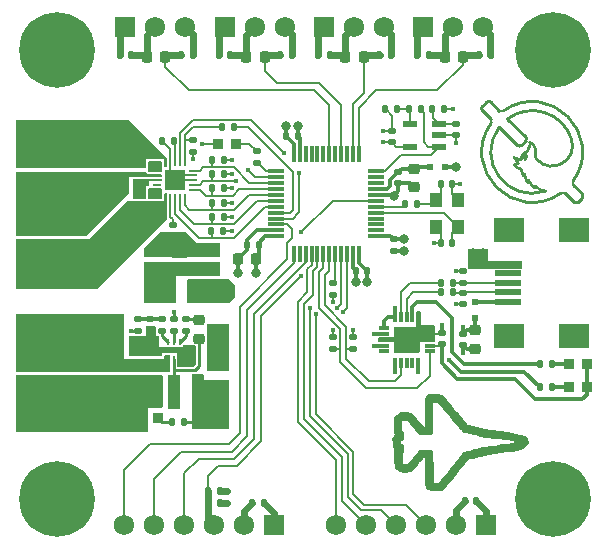
<source format=gbr>
%TF.GenerationSoftware,KiCad,Pcbnew,(6.0.7)*%
%TF.CreationDate,2022-10-13T18:06:45+02:00*%
%TF.ProjectId,TMC6300-dev,544d4336-3330-4302-9d64-65762e6b6963,rev?*%
%TF.SameCoordinates,Original*%
%TF.FileFunction,Copper,L1,Top*%
%TF.FilePolarity,Positive*%
%FSLAX46Y46*%
G04 Gerber Fmt 4.6, Leading zero omitted, Abs format (unit mm)*
G04 Created by KiCad (PCBNEW (6.0.7)) date 2022-10-13 18:06:45*
%MOMM*%
%LPD*%
G01*
G04 APERTURE LIST*
G04 Aperture macros list*
%AMRoundRect*
0 Rectangle with rounded corners*
0 $1 Rounding radius*
0 $2 $3 $4 $5 $6 $7 $8 $9 X,Y pos of 4 corners*
0 Add a 4 corners polygon primitive as box body*
4,1,4,$2,$3,$4,$5,$6,$7,$8,$9,$2,$3,0*
0 Add four circle primitives for the rounded corners*
1,1,$1+$1,$2,$3*
1,1,$1+$1,$4,$5*
1,1,$1+$1,$6,$7*
1,1,$1+$1,$8,$9*
0 Add four rect primitives between the rounded corners*
20,1,$1+$1,$2,$3,$4,$5,0*
20,1,$1+$1,$4,$5,$6,$7,0*
20,1,$1+$1,$6,$7,$8,$9,0*
20,1,$1+$1,$8,$9,$2,$3,0*%
G04 Aperture macros list end*
%TA.AperFunction,NonConductor*%
%ADD10C,0.400000*%
%TD*%
%TA.AperFunction,NonConductor*%
%ADD11C,0.250000*%
%TD*%
%TA.AperFunction,NonConductor*%
%ADD12C,0.200000*%
%TD*%
%TA.AperFunction,SMDPad,CuDef*%
%ADD13RoundRect,0.225000X0.225000X0.250000X-0.225000X0.250000X-0.225000X-0.250000X0.225000X-0.250000X0*%
%TD*%
%TA.AperFunction,SMDPad,CuDef*%
%ADD14R,0.600000X0.550000*%
%TD*%
%TA.AperFunction,SMDPad,CuDef*%
%ADD15RoundRect,0.135000X0.135000X0.185000X-0.135000X0.185000X-0.135000X-0.185000X0.135000X-0.185000X0*%
%TD*%
%TA.AperFunction,SMDPad,CuDef*%
%ADD16RoundRect,0.140000X-0.140000X-0.170000X0.140000X-0.170000X0.140000X0.170000X-0.140000X0.170000X0*%
%TD*%
%TA.AperFunction,SMDPad,CuDef*%
%ADD17RoundRect,0.135000X-0.185000X0.135000X-0.185000X-0.135000X0.185000X-0.135000X0.185000X0.135000X0*%
%TD*%
%TA.AperFunction,ComponentPad*%
%ADD18C,0.800000*%
%TD*%
%TA.AperFunction,ComponentPad*%
%ADD19C,6.400000*%
%TD*%
%TA.AperFunction,SMDPad,CuDef*%
%ADD20RoundRect,0.135000X-0.135000X-0.185000X0.135000X-0.185000X0.135000X0.185000X-0.135000X0.185000X0*%
%TD*%
%TA.AperFunction,SMDPad,CuDef*%
%ADD21RoundRect,0.135000X0.185000X-0.135000X0.185000X0.135000X-0.185000X0.135000X-0.185000X-0.135000X0*%
%TD*%
%TA.AperFunction,SMDPad,CuDef*%
%ADD22RoundRect,0.225000X-0.250000X0.225000X-0.250000X-0.225000X0.250000X-0.225000X0.250000X0.225000X0*%
%TD*%
%TA.AperFunction,SMDPad,CuDef*%
%ADD23RoundRect,0.140000X0.140000X0.170000X-0.140000X0.170000X-0.140000X-0.170000X0.140000X-0.170000X0*%
%TD*%
%TA.AperFunction,SMDPad,CuDef*%
%ADD24RoundRect,0.140000X-0.170000X0.140000X-0.170000X-0.140000X0.170000X-0.140000X0.170000X0.140000X0*%
%TD*%
%TA.AperFunction,SMDPad,CuDef*%
%ADD25RoundRect,0.140000X0.170000X-0.140000X0.170000X0.140000X-0.170000X0.140000X-0.170000X-0.140000X0*%
%TD*%
%TA.AperFunction,SMDPad,CuDef*%
%ADD26R,0.850000X0.300000*%
%TD*%
%TA.AperFunction,SMDPad,CuDef*%
%ADD27R,0.300000X0.850000*%
%TD*%
%TA.AperFunction,SMDPad,CuDef*%
%ADD28R,2.050000X2.050000*%
%TD*%
%TA.AperFunction,ComponentPad*%
%ADD29R,1.725000X1.725000*%
%TD*%
%TA.AperFunction,ComponentPad*%
%ADD30C,1.725000*%
%TD*%
%TA.AperFunction,SMDPad,CuDef*%
%ADD31R,1.100000X1.300000*%
%TD*%
%TA.AperFunction,ComponentPad*%
%ADD32C,1.950000*%
%TD*%
%TA.AperFunction,SMDPad,CuDef*%
%ADD33R,1.390000X0.910000*%
%TD*%
%TA.AperFunction,SMDPad,CuDef*%
%ADD34R,0.950000X0.950000*%
%TD*%
%TA.AperFunction,SMDPad,CuDef*%
%ADD35R,1.475000X0.300000*%
%TD*%
%TA.AperFunction,SMDPad,CuDef*%
%ADD36R,0.300000X1.475000*%
%TD*%
%TA.AperFunction,SMDPad,CuDef*%
%ADD37R,1.250000X1.500000*%
%TD*%
%TA.AperFunction,SMDPad,CuDef*%
%ADD38R,0.200000X0.800000*%
%TD*%
%TA.AperFunction,SMDPad,CuDef*%
%ADD39R,0.800000X0.200000*%
%TD*%
%TA.AperFunction,SMDPad,CuDef*%
%ADD40R,1.800000X1.800000*%
%TD*%
%TA.AperFunction,SMDPad,CuDef*%
%ADD41R,1.200000X0.600000*%
%TD*%
%TA.AperFunction,SMDPad,CuDef*%
%ADD42R,2.300000X0.500000*%
%TD*%
%TA.AperFunction,SMDPad,CuDef*%
%ADD43R,2.500000X2.000000*%
%TD*%
%TA.AperFunction,SMDPad,CuDef*%
%ADD44R,0.250000X0.600000*%
%TD*%
%TA.AperFunction,SMDPad,CuDef*%
%ADD45R,0.550000X0.600000*%
%TD*%
%TA.AperFunction,SMDPad,CuDef*%
%ADD46RoundRect,0.250000X0.475000X-0.250000X0.475000X0.250000X-0.475000X0.250000X-0.475000X-0.250000X0*%
%TD*%
%TA.AperFunction,SMDPad,CuDef*%
%ADD47R,1.000000X3.000000*%
%TD*%
%TA.AperFunction,ViaPad*%
%ADD48C,0.450000*%
%TD*%
%TA.AperFunction,ViaPad*%
%ADD49C,0.800000*%
%TD*%
%TA.AperFunction,Conductor*%
%ADD50C,0.200000*%
%TD*%
%TA.AperFunction,Conductor*%
%ADD51C,0.300000*%
%TD*%
%TA.AperFunction,Conductor*%
%ADD52C,0.600000*%
%TD*%
%TA.AperFunction,Conductor*%
%ADD53C,0.250000*%
%TD*%
%TA.AperFunction,Conductor*%
%ADD54C,0.500000*%
%TD*%
G04 APERTURE END LIST*
D10*
X168302379Y-110524954D02*
X168302139Y-110993134D01*
X170038816Y-117013900D02*
X169947497Y-117121721D01*
X169688994Y-117860026D02*
X169889395Y-117633286D01*
X165714339Y-112163674D02*
X165691179Y-112216895D01*
X169530437Y-110862100D02*
X169642576Y-110996140D01*
X166564697Y-112117599D02*
X166693098Y-112117360D01*
X173470403Y-115022538D02*
X173660303Y-114993138D01*
X170634289Y-111707888D02*
X170248849Y-111248649D01*
D11*
X175711053Y-90706858D02*
G75*
G03*
X176280605Y-91044696I687047J509258D01*
G01*
D10*
X172589902Y-115211478D02*
X172690463Y-115185678D01*
X166013837Y-115497040D02*
X166011497Y-115047040D01*
D11*
X173772963Y-87149095D02*
G75*
G03*
X179699305Y-93075437I3464037J-2462305D01*
G01*
D10*
X176479788Y-113833328D02*
X176363029Y-113787428D01*
X174638843Y-114829578D02*
X174715043Y-114820218D01*
X170610617Y-116295101D02*
X170526317Y-116413480D01*
X166097417Y-113407900D02*
X166052177Y-113400700D01*
X166358651Y-111828062D02*
X166230251Y-111828302D01*
X167593549Y-112674248D02*
X167373889Y-112432508D01*
D11*
X180020880Y-93102470D02*
G75*
G03*
X179699305Y-93075437I-176780J-176730D01*
G01*
D10*
X167701037Y-113272480D02*
X167716337Y-113305360D01*
X165595479Y-114382894D02*
X165601539Y-114447634D01*
D11*
X176059473Y-90566231D02*
G75*
G03*
X175711062Y-90706852I363627J-1402869D01*
G01*
D10*
X174445331Y-113398082D02*
X174314171Y-113386503D01*
X169947497Y-117121721D02*
X169872017Y-117214300D01*
X166022537Y-113398000D02*
X165992897Y-113395240D01*
X166004117Y-112241320D02*
X166082777Y-112180960D01*
X168186317Y-114985361D02*
X167751977Y-114994120D01*
X171549769Y-112785188D02*
X171432649Y-112646228D01*
X169321283Y-118069398D02*
X169476862Y-118072158D01*
X176273537Y-114198340D02*
X175847236Y-114344620D01*
D11*
X181458732Y-93479577D02*
G75*
G03*
X181458772Y-93126063I-176732J176777D01*
G01*
D10*
X168593957Y-112192961D02*
X168591617Y-111539021D01*
X174546612Y-113401862D02*
X174445331Y-113398082D01*
X168621257Y-115380520D02*
X168614777Y-114990940D01*
X172148657Y-115037380D02*
X171916876Y-115099960D01*
X167848315Y-115334566D02*
X167887795Y-115282725D01*
X169599617Y-117555640D02*
X169399216Y-117782380D01*
X166053492Y-111859862D02*
X166005131Y-111891183D01*
X176471843Y-114408858D02*
X176683975Y-114196726D01*
X169742569Y-110649968D02*
X169670329Y-110543408D01*
X170583535Y-116773306D02*
X170615575Y-116732326D01*
X165939317Y-113853280D02*
X166035257Y-113841580D01*
X170816095Y-116491126D02*
X170900394Y-116372746D01*
X169889395Y-117633286D02*
X170088235Y-117394066D01*
X168596057Y-113308420D02*
X168602716Y-113127220D01*
X171633595Y-115470466D02*
X171650000Y-115450000D01*
X172880237Y-114838121D02*
X172848317Y-114843040D01*
X166868477Y-112303420D02*
X166935617Y-112381060D01*
X172439089Y-113067188D02*
X172161289Y-112988768D01*
X165582219Y-114122374D02*
X165593320Y-114287074D01*
D11*
X176280610Y-91044695D02*
G75*
G03*
X176466004Y-91582739I2351790J509395D01*
G01*
D10*
X170161795Y-117291946D02*
X170237274Y-117199366D01*
D11*
X180751665Y-93833170D02*
G75*
G03*
X181105219Y-93833170I176777J176778D01*
G01*
X176743619Y-92026252D02*
G75*
G03*
X176882496Y-92187043I1888981J1491152D01*
G01*
D10*
X171949157Y-113200900D02*
X172226957Y-113279320D01*
X166774283Y-116492837D02*
X166859123Y-116489838D01*
X169510429Y-110390949D02*
X169220651Y-110313303D01*
X165691179Y-112216895D02*
X165690159Y-112407034D01*
X166373357Y-116209421D02*
X166240517Y-116211760D01*
X169044683Y-118074978D02*
X169165282Y-118074798D01*
X170900394Y-116372746D02*
X171065454Y-116165326D01*
X171220517Y-112858360D02*
X171337637Y-112997320D01*
X176606329Y-113906948D02*
X176545549Y-113866328D01*
X167522994Y-115726966D02*
X167712955Y-115496445D01*
X172299683Y-115301058D02*
X172369763Y-115278018D01*
X169220651Y-110313303D02*
X168938771Y-110309462D01*
X166859123Y-116489838D02*
X167071255Y-116277706D01*
X168600197Y-112751801D02*
X168593957Y-112192961D01*
X176267656Y-114045460D02*
X176333417Y-114078460D01*
X175185857Y-113776660D02*
X175561157Y-113839781D01*
D11*
X176668633Y-88689477D02*
G75*
G03*
X176668648Y-88335939I-176733J176777D01*
G01*
D10*
X167736737Y-115016200D02*
X167702837Y-115067440D01*
X175561157Y-113839781D02*
X175898897Y-113920120D01*
D11*
X173722337Y-85389628D02*
G75*
G03*
X173368783Y-85389628I-176777J-176778D01*
G01*
D10*
X172300277Y-113302120D02*
X172356497Y-113317000D01*
X171432649Y-112646228D02*
X171320149Y-112514288D01*
X172356497Y-113317000D02*
X172463657Y-113352760D01*
X169642576Y-110996140D02*
X169755317Y-111117881D01*
X171994522Y-115389738D02*
X172226303Y-115327158D01*
X170804869Y-111905588D02*
X170744209Y-111834909D01*
X169298297Y-110603081D02*
X169373057Y-110676700D01*
X167716337Y-113305360D02*
X167737337Y-113319040D01*
D11*
X174433958Y-87515463D02*
G75*
G03*
X178360287Y-92926249I2803042J-2095937D01*
G01*
D10*
X166786157Y-112214440D02*
X166868477Y-112303420D01*
X165751659Y-115984595D02*
X165829305Y-116274373D01*
X172612817Y-114895900D02*
X172512257Y-114921701D01*
X168640577Y-117783820D02*
X168331032Y-115276011D01*
X169585189Y-110464568D02*
X169510429Y-110390949D01*
X174715043Y-114820218D02*
X174897022Y-114798078D01*
X166739657Y-112165900D02*
X166786157Y-112214440D01*
X174314171Y-113386503D02*
X173853432Y-113333042D01*
X166696637Y-116203060D02*
X166506197Y-116207020D01*
X172463657Y-113352760D02*
X172854017Y-113459800D01*
X173931077Y-113622820D02*
X174391817Y-113676280D01*
X165885257Y-114460540D02*
X165883097Y-114364720D01*
X175083083Y-114777138D02*
X175254383Y-114756798D01*
X166487052Y-111827822D02*
X166358651Y-111828062D01*
X170325797Y-116654680D02*
X170293757Y-116695660D01*
X169811477Y-111168520D02*
X169831097Y-111184720D01*
X168718223Y-118073598D02*
X168828683Y-118075458D01*
X175437017Y-114428740D02*
X175176737Y-114467020D01*
X166131137Y-112149640D02*
X166179557Y-112118321D01*
X174637397Y-114530440D02*
X174561197Y-114539800D01*
X173309657Y-114745720D02*
X173181077Y-114766900D01*
X172292117Y-114988240D02*
X172222037Y-115011280D01*
X173387303Y-115035498D02*
X173470403Y-115022538D01*
X165988697Y-113132800D02*
X165984437Y-112870361D01*
X170854249Y-111965649D02*
X170804869Y-111905588D01*
X170150477Y-116875060D02*
X170038816Y-117013900D01*
X176051297Y-113967580D02*
X176150897Y-113999560D01*
X168312870Y-113039238D02*
X168302832Y-113039942D01*
X174403817Y-114564340D02*
X174315617Y-114588700D01*
X168026477Y-113348080D02*
X168380477Y-113329720D01*
X166041437Y-116062241D02*
X166024756Y-115898500D01*
X171320149Y-112514288D02*
X171013549Y-112156029D01*
D11*
X173368783Y-85389628D02*
X173015230Y-85743181D01*
D10*
X168331032Y-115276011D02*
X168331479Y-115302874D01*
X165938625Y-116370252D02*
X166028385Y-116423892D01*
X169872017Y-117214300D02*
X169798457Y-117316420D01*
X165679185Y-114737412D02*
X165852249Y-114783784D01*
X170668435Y-116659786D02*
X170692973Y-116628948D01*
X166035257Y-113841580D02*
X166087217Y-113838700D01*
X166935617Y-112381060D02*
X167161757Y-112644640D01*
X170328594Y-117091546D02*
X170440255Y-116952706D01*
X172795491Y-113173451D02*
X172675789Y-113140628D01*
X165926471Y-111951542D02*
X165714339Y-112163674D01*
X166052177Y-113400700D02*
X166022537Y-113398000D01*
X168614777Y-114990940D02*
X168186317Y-114985361D01*
X166122917Y-113417620D02*
X166097417Y-113407900D01*
X170534395Y-116833666D02*
X170583535Y-116773306D01*
D11*
X177484684Y-89332212D02*
G75*
G03*
X177027243Y-88816564I-524184J-4288D01*
G01*
D10*
X168301839Y-111461375D02*
X168304179Y-112115315D01*
X165992897Y-113395240D02*
X165988697Y-113132800D01*
X170248849Y-111248649D02*
X170158969Y-111132608D01*
X168380477Y-113329720D02*
X168524057Y-113319640D01*
X167814349Y-112917008D02*
X167593549Y-112674248D01*
D11*
X180700992Y-92073670D02*
G75*
G03*
X180728029Y-92395321I203808J-144830D01*
G01*
D10*
X169884977Y-111270461D02*
X169915457Y-111305980D01*
X165829305Y-116274373D02*
X165869505Y-116319972D01*
X168331032Y-115276011D02*
X168428445Y-117995952D01*
X173181077Y-114766900D02*
X173052798Y-114788200D01*
X165597279Y-113788534D02*
X165582099Y-113822074D01*
X170499557Y-116454940D02*
X170472977Y-116477680D01*
X169855757Y-111223541D02*
X169884977Y-111270461D01*
X172970237Y-114801580D02*
X172929917Y-114812021D01*
X167147749Y-112168928D02*
X167080609Y-112091288D01*
X174484997Y-114548980D02*
X174403817Y-114564340D01*
X170244617Y-116756020D02*
X170150477Y-116875060D01*
X166781477Y-116200060D02*
X166696637Y-116203060D01*
X172270457Y-113295460D02*
X172300277Y-113302120D01*
X173299637Y-113539720D02*
X173434577Y-113557600D01*
X171013549Y-112156029D02*
X170854249Y-111965649D01*
X166951789Y-111953768D02*
X166905230Y-111905228D01*
X175176737Y-114467020D02*
X175005437Y-114487360D01*
X170801417Y-112368161D02*
X171108017Y-112726420D01*
X171916876Y-115099960D02*
X171674057Y-115139200D01*
X170293757Y-116695660D02*
X170244617Y-116756020D01*
X176363029Y-113787428D02*
X176263429Y-113755448D01*
X169946837Y-111344740D02*
X170036717Y-111460781D01*
D11*
X177611351Y-90231136D02*
G75*
G03*
X180562215Y-88519175I1294449J1167936D01*
G01*
D10*
X171258535Y-115930006D02*
X171410034Y-115744726D01*
X175108211Y-113486882D02*
X174796451Y-113447402D01*
X173915903Y-114953897D02*
X174181342Y-114923298D01*
X167702837Y-115067440D02*
X167558537Y-115256920D01*
X166005131Y-111891183D02*
X165926471Y-111951542D01*
X171065454Y-116165326D02*
X171258535Y-115930006D01*
X170472977Y-116477680D02*
X170434277Y-116512240D01*
X168592157Y-110602600D02*
X168672437Y-110602660D01*
X172568630Y-113104868D02*
X172467899Y-113077877D01*
D11*
X175721170Y-90090210D02*
G75*
G03*
X176059476Y-90566243I802530J212110D01*
G01*
D10*
X170968757Y-115852361D02*
X170775677Y-116087681D01*
X166110557Y-114914260D02*
X166145717Y-114881560D01*
X166240517Y-116211760D02*
X166150757Y-116158120D01*
X167751977Y-114994120D02*
X167736737Y-115016200D01*
X166087217Y-113838700D02*
X166131437Y-113830481D01*
X168338920Y-116221055D02*
X168344859Y-116963614D01*
X174874097Y-113737180D02*
X175185857Y-113776660D01*
X170158969Y-111132608D02*
X170149729Y-111116528D01*
X174690017Y-113695420D02*
X174735797Y-113706820D01*
X165694659Y-112792715D02*
X165698919Y-113055154D01*
X171424757Y-115291841D02*
X171343817Y-115392820D01*
X165887057Y-113866180D02*
X165939317Y-113853280D01*
X170067889Y-111011409D02*
X170043229Y-110972588D01*
X176111029Y-113707988D02*
X175821251Y-113630342D01*
X172512257Y-114921701D02*
X172432997Y-114942640D01*
X173660303Y-114993138D02*
X173800643Y-114968058D01*
X165891317Y-114525280D02*
X165885257Y-114460540D01*
X171650000Y-115450000D02*
X171751703Y-115428978D01*
X175847236Y-114344620D02*
X175437017Y-114428740D01*
D11*
X176949313Y-92038022D02*
G75*
G03*
X177280884Y-92526249I780887J173622D01*
G01*
D10*
X169399216Y-117782380D02*
X169243637Y-117779620D01*
X168924082Y-118075098D02*
X169044683Y-118074978D01*
X167755097Y-113324560D02*
X167762417Y-113337701D01*
X170526317Y-116413480D02*
X170499557Y-116454940D01*
D11*
X180562214Y-88519175D02*
G75*
G03*
X175141065Y-86808356I-3325214J-1092225D01*
G01*
D10*
X171751703Y-115428978D02*
X171994522Y-115389738D01*
X170775677Y-116087681D02*
X170610617Y-116295101D01*
X168591917Y-111070780D02*
X168592157Y-110602600D01*
X168846437Y-117785320D02*
X168751037Y-117785680D01*
X174181342Y-114923298D02*
X174393263Y-114878478D01*
D11*
X181105219Y-93833170D02*
X181458772Y-93479617D01*
D10*
X169373057Y-110676700D02*
X169458197Y-110755540D01*
X166138157Y-113539180D02*
X166132157Y-113458060D01*
X166069097Y-114945400D02*
X166081277Y-114931240D01*
D11*
X177947292Y-92842082D02*
G75*
G03*
X178360287Y-92926249I685208J2306882D01*
G01*
D10*
X166081277Y-114931240D02*
X166110557Y-114914260D01*
X169458197Y-110755540D02*
X169530437Y-110862100D01*
X171410034Y-115744726D02*
X171526015Y-115602466D01*
X166139537Y-113679820D02*
X166138157Y-113539180D01*
X170692973Y-116628948D02*
X170789335Y-116532586D01*
X171108017Y-112726420D02*
X171220517Y-112858360D01*
D11*
X176265577Y-90213608D02*
X175721177Y-90090208D01*
X177280886Y-92526247D02*
G75*
G03*
X177464890Y-92639444I1351814J1991247D01*
G01*
D10*
X175254383Y-114756798D02*
X175514663Y-114718518D01*
X169967449Y-110905748D02*
X169854708Y-110784008D01*
D11*
X176732466Y-89879669D02*
X176625000Y-90200000D01*
D10*
X170592737Y-112117720D02*
X170642117Y-112177781D01*
X168967037Y-117785200D02*
X168846437Y-117785320D01*
X165883097Y-114364720D02*
X165871997Y-114200020D01*
X173356931Y-113267822D02*
X173221992Y-113249943D01*
D11*
X176574638Y-91460787D02*
G75*
G03*
X176743623Y-92026249I796962J-69813D01*
G01*
X175961541Y-89043046D02*
G75*
G03*
X176315094Y-89043046I176777J176777D01*
G01*
D10*
X168628697Y-116298700D02*
X168621257Y-115380520D01*
X168751037Y-117785680D02*
X168640577Y-117783820D01*
X176263429Y-113755448D02*
X176183749Y-113731028D01*
X170434277Y-116512240D02*
X170378657Y-116582140D01*
X165724059Y-115419394D02*
X165734979Y-115820855D01*
D11*
X181458772Y-93126063D02*
X180728029Y-92395321D01*
D10*
X166230251Y-111828302D02*
X166101911Y-111828543D01*
X172347377Y-114970480D02*
X172292117Y-114988240D01*
X176337197Y-114164801D02*
X176273537Y-114198340D01*
D11*
X173773012Y-87149130D02*
G75*
G03*
X173745973Y-86827477I-203812J144830D01*
G01*
D10*
X173221992Y-113249943D02*
X172795491Y-113173451D01*
X176333417Y-114078460D02*
X176394197Y-114119080D01*
X165984437Y-112870361D02*
X165979937Y-112484680D01*
X169755317Y-111117881D02*
X169811477Y-111168520D01*
D11*
X176949288Y-92038015D02*
G75*
G03*
X176882496Y-92187043I133212J-149185D01*
G01*
X173015272Y-85743223D02*
G75*
G03*
X173015230Y-86096735I176728J-176777D01*
G01*
D10*
X174819377Y-114508301D02*
X174637397Y-114530440D01*
X166059797Y-114956500D02*
X166069097Y-114945400D01*
X166693098Y-112117360D02*
X166739657Y-112165900D01*
X171337637Y-112997320D02*
X171433218Y-113102200D01*
X165979937Y-112484680D02*
X165980957Y-112294541D01*
X173838257Y-114664120D02*
X173774297Y-114670180D01*
X167284134Y-116021386D02*
X167522994Y-115726966D01*
X170642117Y-112177781D02*
X170801417Y-112368161D01*
X175005437Y-114487360D02*
X174819377Y-114508301D01*
X168672437Y-110602660D02*
X168872297Y-110601160D01*
X171494057Y-113152300D02*
X171551837Y-113160580D01*
X166998289Y-112002308D02*
X166951789Y-111953768D01*
X166145717Y-114881560D02*
X166157117Y-114797260D01*
X173604437Y-113580820D02*
X173931077Y-113622820D01*
D11*
X176825912Y-89534695D02*
G75*
G03*
X176265577Y-90213608I345088J-855505D01*
G01*
D10*
X174624257Y-113691640D02*
X174690017Y-113695420D01*
X172432997Y-114942640D02*
X172385237Y-114957280D01*
X174658151Y-113417042D02*
X174612371Y-113405642D01*
X167762417Y-113337701D02*
X168026477Y-113348080D01*
X165780274Y-113605539D02*
X165597279Y-113788534D01*
X165690159Y-112407034D02*
X165694659Y-112792715D01*
X169670329Y-110543408D02*
X169585189Y-110464568D01*
X174393263Y-114878478D02*
X174481463Y-114854118D01*
D11*
X176625000Y-90200000D02*
X176502333Y-90158847D01*
D10*
X165871877Y-113899720D02*
X165887057Y-113866180D01*
X166905230Y-111905228D02*
X166615452Y-111827582D01*
X166436297Y-112117841D02*
X166564697Y-112117599D01*
X170615575Y-116732326D02*
X170668435Y-116659786D01*
X175483511Y-113550003D02*
X175108211Y-113486882D01*
X166841177Y-116134000D02*
X166781477Y-116200060D01*
X166179557Y-112118321D02*
X166307897Y-112118080D01*
X171433218Y-113102200D02*
X171494057Y-113152300D01*
X173774297Y-114670180D02*
X173722997Y-114678280D01*
X165593320Y-114287074D02*
X165595479Y-114382894D01*
X173434577Y-113557600D02*
X173604437Y-113580820D01*
X170036717Y-111460781D02*
X170422157Y-111920020D01*
X168872297Y-110601160D02*
X169016417Y-110599240D01*
X172712057Y-114869680D02*
X172612817Y-114895900D01*
X168310419Y-112674155D02*
X168312870Y-113039238D01*
X172385237Y-114957280D02*
X172347377Y-114970480D01*
X170422157Y-111920020D02*
X170471417Y-111977440D01*
D11*
X180020923Y-93102427D02*
X180751665Y-93833170D01*
D10*
X166318163Y-116501538D02*
X166451003Y-116499198D01*
X168514511Y-110312822D02*
X168302379Y-110524954D01*
X167161757Y-112644640D02*
X167381417Y-112886380D01*
X171871511Y-112911122D02*
X171640042Y-112884245D01*
X165703119Y-113317594D02*
X165780274Y-113605539D01*
X174561197Y-114539800D02*
X174484997Y-114548980D01*
X166615452Y-111827582D02*
X166487052Y-111827822D01*
X169937597Y-111328660D02*
X169946837Y-111344740D01*
D12*
G36*
X176700000Y-89950000D02*
G01*
X176625000Y-90019258D01*
X176625000Y-90200000D01*
X176500000Y-90100000D01*
X176415080Y-89900000D01*
X176550000Y-89800000D01*
X176700000Y-89950000D01*
G37*
X176700000Y-89950000D02*
X176625000Y-90019258D01*
X176625000Y-90200000D01*
X176500000Y-90100000D01*
X176415080Y-89900000D01*
X176550000Y-89800000D01*
X176700000Y-89950000D01*
D10*
X172789703Y-115159458D02*
X172870223Y-115140677D01*
X168524057Y-113319640D02*
X168596057Y-113308420D01*
X173722997Y-114678280D02*
X173582657Y-114703360D01*
X168428445Y-117995952D02*
X168640577Y-117783820D01*
D11*
X177484735Y-89332212D02*
G75*
G03*
X177522974Y-90031849I7561465J62412D01*
G01*
D10*
X168344859Y-116963614D02*
X168350799Y-117706174D01*
X172929917Y-114812021D02*
X172903336Y-114826180D01*
X170683549Y-111765308D02*
X170634289Y-111707888D01*
X169243637Y-117779620D02*
X169087637Y-117785021D01*
X165869505Y-116319972D02*
X165938625Y-116370252D01*
X174522977Y-113687860D02*
X174624257Y-113691640D01*
X166037537Y-114965920D02*
X166059797Y-114956500D01*
X174103697Y-114633521D02*
X173838257Y-114664120D01*
D11*
X173015230Y-86096735D02*
X173745973Y-86827477D01*
D10*
X168591617Y-111539021D02*
X168591917Y-111070780D01*
D11*
X177523009Y-90031845D02*
G75*
G03*
X177611366Y-90231122I348391J35245D01*
G01*
D10*
X166994357Y-115943741D02*
X166841177Y-116134000D01*
X168828683Y-118075458D02*
X168924082Y-118075098D01*
X171476597Y-115223980D02*
X171424757Y-115291841D01*
D11*
X180701039Y-92073703D02*
G75*
G03*
X174774697Y-86147361I-3464039J2462303D01*
G01*
D10*
X172690463Y-115185678D02*
X172789703Y-115159458D01*
X173526792Y-113291042D02*
X173356931Y-113267822D01*
X172675789Y-113140628D02*
X172568630Y-113104868D01*
X168640577Y-117783820D02*
X168634637Y-117041260D01*
X170378657Y-116582140D02*
X170325797Y-116654680D01*
X166132157Y-113458060D02*
X166122917Y-113417620D01*
X168302139Y-110993134D02*
X168301839Y-111461375D01*
X172226303Y-115327158D02*
X172299683Y-115301058D01*
X172903336Y-114826180D02*
X172880237Y-114838121D01*
X172925963Y-115132818D02*
X172957882Y-115127898D01*
X165698919Y-113055154D02*
X165703119Y-113317594D01*
X171640042Y-112884245D02*
X171549769Y-112785188D01*
X169915457Y-111305980D02*
X169937597Y-111328660D01*
X165601539Y-114447634D02*
X165679185Y-114737412D01*
X170127589Y-111093848D02*
X170097109Y-111058329D01*
X174391817Y-113676280D02*
X174522977Y-113687860D01*
X168634637Y-117041260D02*
X168628697Y-116298700D01*
X172425023Y-115260258D02*
X172462883Y-115247058D01*
X168263962Y-115275138D02*
X168331032Y-115276011D01*
X166101911Y-111828543D02*
X166053492Y-111859862D01*
X165747759Y-114888274D02*
X165721720Y-114969395D01*
X166011497Y-115047040D02*
X166037537Y-114965920D01*
X170532077Y-112047041D02*
X170592737Y-112117720D01*
D11*
X177027243Y-88816564D02*
X176825892Y-89534645D01*
D10*
X174612371Y-113405642D02*
X174546612Y-113401862D01*
X167130955Y-116211646D02*
X167284134Y-116021386D01*
X170023609Y-110956388D02*
X169967449Y-110905748D01*
X171674057Y-115139200D02*
X171550396Y-115164760D01*
X168331479Y-115302874D02*
X168338920Y-116221055D01*
X173853432Y-113333042D02*
X173526792Y-113291042D01*
X168428445Y-117995952D02*
X168718223Y-118073598D01*
X170789335Y-116532586D02*
X170816095Y-116491126D01*
X167233217Y-115649321D02*
X166994357Y-115943741D01*
X166157117Y-114797260D02*
X166159697Y-114760480D01*
X172510643Y-115232418D02*
X172589902Y-115211478D01*
X174481463Y-114854118D02*
X174562642Y-114838758D01*
X165734979Y-115820855D02*
X165751659Y-115984595D01*
X166024756Y-115898500D02*
X166013837Y-115497040D01*
X172980982Y-115115958D02*
X173007563Y-115101798D01*
X166307897Y-112118080D02*
X166436297Y-112117841D01*
X167373889Y-112432508D02*
X167147749Y-112168928D01*
X167602217Y-113129140D02*
X167701037Y-113272480D01*
X166451003Y-116499198D02*
X166583842Y-116496798D01*
X169165282Y-118074798D02*
X169321283Y-118069398D01*
X173130443Y-115077978D02*
X173258723Y-115056677D01*
X172467899Y-113077877D02*
X172439089Y-113067188D01*
X173007563Y-115101798D02*
X173047883Y-115091358D01*
X166028385Y-116423892D02*
X166318163Y-116501538D01*
X176545549Y-113866328D02*
X176479788Y-113833328D01*
X175821251Y-113630342D02*
X175483511Y-113550003D01*
X172369763Y-115278018D02*
X172425023Y-115260258D01*
X174735797Y-113706820D02*
X174874097Y-113737180D01*
X173582657Y-114703360D02*
X173392758Y-114732760D01*
X168602716Y-113127220D02*
X168600197Y-112751801D01*
X170149729Y-111116528D02*
X170127589Y-111093848D01*
D11*
X174453120Y-86120330D02*
G75*
G03*
X174774697Y-86147361I176780J176730D01*
G01*
D10*
X173800643Y-114968058D02*
X173851943Y-114959958D01*
X170471417Y-111977440D02*
X170532077Y-112047041D01*
X171640157Y-113165020D02*
X171949157Y-113200900D01*
X171551837Y-113160580D02*
X171640157Y-113165020D01*
X175898897Y-113920120D02*
X175971617Y-113943160D01*
X167737337Y-113319040D02*
X167755097Y-113324560D01*
X166506197Y-116207020D02*
X166373357Y-116209421D01*
X169016417Y-110599240D02*
X169298297Y-110603081D01*
X167712955Y-115496445D02*
X167848315Y-115334566D01*
X171526015Y-115602466D02*
X171633595Y-115470466D01*
X170088235Y-117394066D02*
X170161795Y-117291946D01*
X170237274Y-117199366D02*
X170328594Y-117091546D01*
X173851943Y-114959958D02*
X173915903Y-114953897D01*
X173052798Y-114788200D02*
X172970237Y-114801580D01*
X170744209Y-111834909D02*
X170683549Y-111765308D01*
X170097109Y-111058329D02*
X170067889Y-111011409D01*
X166159697Y-114760480D02*
X166162217Y-114699160D01*
X172848317Y-114843040D02*
X172792577Y-114850900D01*
X168938771Y-110309462D02*
X168794651Y-110311383D01*
X172957882Y-115127898D02*
X172980982Y-115115958D01*
X174562642Y-114838758D02*
X174638843Y-114829578D01*
X173258723Y-115056677D02*
X173387303Y-115035498D01*
X165721720Y-114969395D02*
X165724059Y-115419394D01*
D11*
X177483394Y-92477173D02*
G75*
G03*
X177464890Y-92639444I172206J-101827D01*
G01*
D10*
X166583842Y-116496798D02*
X166774283Y-116492837D01*
X168594791Y-110312883D02*
X168514511Y-110312822D01*
X167887795Y-115282725D02*
X168263962Y-115275138D01*
X171236237Y-115524820D02*
X171120256Y-115667080D01*
X165865877Y-113963560D02*
X165871877Y-113899720D01*
D11*
X176502333Y-90158847D02*
X176732466Y-89879669D01*
D10*
X168794651Y-110311383D02*
X168594791Y-110312883D01*
X173392758Y-114732760D02*
X173309657Y-114745720D01*
X176150897Y-113999560D02*
X176267656Y-114045460D01*
X176351183Y-114488118D02*
X176414842Y-114454578D01*
X166081637Y-116107840D02*
X166041437Y-116062241D01*
X176414842Y-114454578D02*
X176471843Y-114408858D01*
X175971617Y-113943160D02*
X176051297Y-113967580D01*
X166131437Y-113830481D02*
X166139537Y-113679820D01*
X169831097Y-111184720D02*
X169855757Y-111223541D01*
X167423178Y-115418800D02*
X167233217Y-115649321D01*
X171550396Y-115164760D02*
X171476597Y-115223980D01*
X165852249Y-114783784D02*
X165747759Y-114888274D01*
D11*
X176315094Y-89043046D02*
X176668648Y-88689492D01*
D10*
X172226957Y-113279320D02*
X172270457Y-113295460D01*
X167948831Y-113058302D02*
X167910726Y-113056805D01*
X174796451Y-113447402D02*
X174658151Y-113417042D01*
X173047883Y-115091358D02*
X173130443Y-115077978D01*
X171120256Y-115667080D02*
X170968757Y-115852361D01*
X172870223Y-115140677D02*
X172925963Y-115132818D01*
X174315617Y-114588700D02*
X174103697Y-114633521D01*
X172462883Y-115247058D02*
X172510643Y-115232418D01*
X168302832Y-113039942D02*
X167948831Y-113058302D01*
X167381417Y-112886380D02*
X167602217Y-113129140D01*
X170440255Y-116952706D02*
X170534395Y-116833666D01*
X174897022Y-114798078D02*
X175083083Y-114777138D01*
X175514663Y-114718518D02*
X175924882Y-114634398D01*
X172222037Y-115011280D02*
X172148657Y-115037380D01*
X167558537Y-115256920D02*
X167423178Y-115418800D01*
X167910726Y-113056805D02*
X167814349Y-112917008D01*
X172854017Y-113459800D02*
X173299637Y-113539720D01*
X172792577Y-114850900D02*
X172712057Y-114869680D01*
X176683975Y-114196726D02*
X176606329Y-113906948D01*
X166027817Y-114544540D02*
X165891317Y-114525280D01*
X176183749Y-113731028D02*
X176111029Y-113707988D01*
X175924882Y-114634398D02*
X176351183Y-114488118D01*
D11*
X174453079Y-86120371D02*
X173722337Y-85389628D01*
D10*
X165980957Y-112294541D02*
X166004117Y-112241320D01*
X167071255Y-116277706D02*
X167130955Y-116211646D01*
D11*
X176668648Y-88335939D02*
X175141065Y-86808356D01*
D10*
X166162217Y-114699160D02*
X166157837Y-114603940D01*
X172161289Y-112988768D02*
X171871511Y-112911122D01*
X168304179Y-112115315D02*
X168310419Y-112674155D01*
X176394197Y-114119080D02*
X176337197Y-114164801D01*
X167080609Y-112091288D02*
X166998289Y-112002308D01*
X165871997Y-114200020D02*
X165865877Y-113963560D01*
X165582099Y-113822074D02*
X165576099Y-113885915D01*
X171343817Y-115392820D02*
X171236237Y-115524820D01*
X169476862Y-118072158D02*
X169688994Y-117860026D01*
D11*
X177483434Y-92477189D02*
G75*
G03*
X177947293Y-92842077I691666J401989D01*
G01*
D10*
X166153576Y-114546880D02*
X166027817Y-114544540D01*
X166157837Y-114603940D02*
X166153576Y-114546880D01*
X165576099Y-113885915D02*
X165582219Y-114122374D01*
X169798457Y-117316420D02*
X169599617Y-117555640D01*
X168350799Y-117706174D02*
X168428445Y-117995952D01*
X169854708Y-110784008D02*
X169742569Y-110649968D01*
D11*
X174433958Y-87515463D02*
X175961541Y-89043046D01*
D10*
X166082777Y-112180960D02*
X166131137Y-112149640D01*
X169087637Y-117785021D02*
X168967037Y-117785200D01*
D11*
X176574630Y-91460818D02*
G75*
G03*
X176466004Y-91582739I81970J-182382D01*
G01*
D10*
X166150757Y-116158120D02*
X166081637Y-116107840D01*
X170043229Y-110972588D02*
X170023609Y-110956388D01*
D13*
%TO.P,C105,1*%
%TO.N,ADC1_IN10*%
X154575000Y-81600000D03*
%TO.P,C105,2*%
%TO.N,GND*%
X153025000Y-81600000D03*
%TD*%
D14*
%TO.P,FB101,1,1*%
%TO.N,VBUS*%
X172400000Y-103650000D03*
%TO.P,FB101,2,2*%
%TO.N,Net-(FB101-Pad2)*%
X172400000Y-102350000D03*
%TD*%
D15*
%TO.P,R126,1*%
%TO.N,USB_DN*%
X170560000Y-101500000D03*
%TO.P,R126,2*%
%TO.N,Net-(IC104-Pad8)*%
X169540000Y-101500000D03*
%TD*%
D16*
%TO.P,C110,1*%
%TO.N,VDD*%
X142320000Y-81400000D03*
%TO.P,C110,2*%
%TO.N,GND*%
X143280000Y-81400000D03*
%TD*%
D17*
%TO.P,R115,1*%
%TO.N,BOOT0*%
X160400000Y-100690000D03*
%TO.P,R115,2*%
%TO.N,GND*%
X160400000Y-101710000D03*
%TD*%
D15*
%TO.P,R109,1*%
%TO.N,BLDC_CURRENT_SENSE*%
X169810000Y-86000000D03*
%TO.P,R109,2*%
%TO.N,Net-(C119-Pad2)*%
X168790000Y-86000000D03*
%TD*%
D18*
%TO.P,H103,1,1*%
%TO.N,GND*%
X176600000Y-119000000D03*
X179000000Y-121400000D03*
X177302944Y-120697056D03*
X180697056Y-117302944D03*
D19*
X179000000Y-119000000D03*
D18*
X177302944Y-117302944D03*
X179000000Y-116600000D03*
X180697056Y-120697056D03*
X181400000Y-119000000D03*
%TD*%
D16*
%TO.P,C109,1*%
%TO.N,VDD*%
X150720000Y-81400000D03*
%TO.P,C109,2*%
%TO.N,GND*%
X151680000Y-81400000D03*
%TD*%
%TO.P,C120,1*%
%TO.N,NRST*%
X149820000Y-119300000D03*
%TO.P,C120,2*%
%TO.N,GND*%
X150780000Y-119300000D03*
%TD*%
%TO.P,C107,1*%
%TO.N,VDD*%
X167520000Y-81400000D03*
%TO.P,C107,2*%
%TO.N,GND*%
X168480000Y-81400000D03*
%TD*%
D20*
%TO.P,R114,1*%
%TO.N,Net-(LED101-Pad2)*%
X146740000Y-112450000D03*
%TO.P,R114,2*%
%TO.N,VDD*%
X147760000Y-112450000D03*
%TD*%
D21*
%TO.P,R107,1*%
%TO.N,BST*%
X147900000Y-104760000D03*
%TO.P,R107,2*%
%TO.N,Net-(C117-Pad1)*%
X147900000Y-103740000D03*
%TD*%
D16*
%TO.P,C131,1*%
%TO.N,VDD*%
X156420000Y-88300000D03*
%TO.P,C131,2*%
%TO.N,GND*%
X157380000Y-88300000D03*
%TD*%
D13*
%TO.P,C106,1*%
%TO.N,ADC1_IN11*%
X146175000Y-81600000D03*
%TO.P,C106,2*%
%TO.N,GND*%
X144625000Y-81600000D03*
%TD*%
D22*
%TO.P,C117,1*%
%TO.N,Net-(C117-Pad1)*%
X149050000Y-103875000D03*
%TO.P,C117,2*%
%TO.N,SW*%
X149050000Y-105425000D03*
%TD*%
D23*
%TO.P,C118,1*%
%TO.N,VDD*%
X154500000Y-119300000D03*
%TO.P,C118,2*%
%TO.N,GND*%
X153540000Y-119300000D03*
%TD*%
D24*
%TO.P,C135,1*%
%TO.N,VDDA*%
X165900000Y-91320000D03*
%TO.P,C135,2*%
%TO.N,GND*%
X165900000Y-92280000D03*
%TD*%
D18*
%TO.P,H104,1,1*%
%TO.N,GND*%
X179000000Y-78600000D03*
X177302944Y-82697056D03*
X177302944Y-79302944D03*
D19*
X179000000Y-81000000D03*
D18*
X180697056Y-82697056D03*
X181400000Y-81000000D03*
X176600000Y-81000000D03*
X179000000Y-83400000D03*
X180697056Y-79302944D03*
%TD*%
D15*
%TO.P,R117,1*%
%TO.N,Net-(IC103-Pad4)*%
X165810000Y-86000000D03*
%TO.P,R117,2*%
%TO.N,GND*%
X164790000Y-86000000D03*
%TD*%
%TO.P,R113,1*%
%TO.N,VDD*%
X150800000Y-118300000D03*
%TO.P,R113,2*%
%TO.N,NRST*%
X149780000Y-118300000D03*
%TD*%
D25*
%TO.P,C127,1*%
%TO.N,3V3OUT*%
X169600000Y-105880000D03*
%TO.P,C127,2*%
%TO.N,GND*%
X169600000Y-104920000D03*
%TD*%
D20*
%TO.P,R120,1*%
%TO.N,BLDC_UH*%
X150070000Y-96300000D03*
%TO.P,R120,2*%
%TO.N,GND*%
X151090000Y-96300000D03*
%TD*%
D26*
%TO.P,IC104,1,RXD*%
%TO.N,UART1_TXD*%
X168550000Y-106500000D03*
%TO.P,IC104,2,RI#*%
%TO.N,3V3OUT*%
X168550000Y-106000000D03*
%TO.P,IC104,3,GND_1*%
%TO.N,GND*%
X168550000Y-105500000D03*
%TO.P,IC104,4,DSR#*%
X168550000Y-105000000D03*
%TO.P,IC104,5,DCD#*%
X168550000Y-104500000D03*
D27*
%TO.P,IC104,6,CTS#*%
X167600000Y-103550000D03*
%TO.P,IC104,7,CBUS2*%
%TO.N,TXD_LED*%
X167100000Y-103550000D03*
%TO.P,IC104,8,USBDP*%
%TO.N,Net-(IC104-Pad8)*%
X166600000Y-103550000D03*
%TO.P,IC104,9,USBDM*%
%TO.N,Net-(IC104-Pad9)*%
X166100000Y-103550000D03*
%TO.P,IC104,10,3V3OUT*%
%TO.N,3V3OUT*%
X165600000Y-103550000D03*
D26*
%TO.P,IC104,11,RESET#*%
X164650000Y-104500000D03*
%TO.P,IC104,12,VCC*%
%TO.N,VBUS*%
X164650000Y-105000000D03*
%TO.P,IC104,13,GND_2*%
%TO.N,GND*%
X164650000Y-105500000D03*
%TO.P,IC104,14,CBUS1*%
%TO.N,RXD_LED*%
X164650000Y-106000000D03*
%TO.P,IC104,15,CBUS0*%
%TO.N,unconnected-(IC104-Pad15)*%
X164650000Y-106500000D03*
D27*
%TO.P,IC104,16,CBUS3*%
%TO.N,3V3OUT*%
X165600000Y-107450000D03*
%TO.P,IC104,17,TXD*%
%TO.N,UART1_RXD*%
X166100000Y-107450000D03*
%TO.P,IC104,18,DTR#*%
%TO.N,unconnected-(IC104-Pad18)*%
X166600000Y-107450000D03*
%TO.P,IC104,19,RTS#*%
%TO.N,unconnected-(IC104-Pad19)*%
X167100000Y-107450000D03*
%TO.P,IC104,20,VCCIO*%
%TO.N,3V3OUT*%
X167600000Y-107450000D03*
D28*
%TO.P,IC104,21,EP*%
%TO.N,GND*%
X166600000Y-105500000D03*
%TD*%
D25*
%TO.P,C101,1*%
%TO.N,VM*%
X146800000Y-96780000D03*
%TO.P,C101,2*%
%TO.N,Net-(C101-Pad2)*%
X146800000Y-95820000D03*
%TD*%
D29*
%TO.P,J104,1,1*%
%TO.N,VDD*%
X142800000Y-79000000D03*
D30*
%TO.P,J104,2,2*%
%TO.N,GND*%
X145340000Y-79000000D03*
%TO.P,J104,3,3*%
%TO.N,Net-(J104-Pad3)*%
X147880000Y-79000000D03*
%TD*%
D21*
%TO.P,R129,1*%
%TO.N,UART1_TXD*%
X160400000Y-106310000D03*
%TO.P,R129,2*%
%TO.N,VDD*%
X160400000Y-105290000D03*
%TD*%
D31*
%TO.P,Y101,1,IN/OUT*%
%TO.N,Net-(C125-Pad1)*%
X169050000Y-93650000D03*
%TO.P,Y101,2,GND_1*%
%TO.N,GND*%
X169050000Y-95950000D03*
%TO.P,Y101,3,OUT/IN*%
%TO.N,RCC_XIN*%
X170950000Y-95950000D03*
%TO.P,Y101,4,GND_2*%
%TO.N,GND*%
X170950000Y-93650000D03*
%TD*%
D20*
%TO.P,R121,1*%
%TO.N,BLDC_VH*%
X150090000Y-95100000D03*
%TO.P,R121,2*%
%TO.N,GND*%
X151110000Y-95100000D03*
%TD*%
D23*
%TO.P,C122,1*%
%TO.N,VDD*%
X172480000Y-119200000D03*
%TO.P,C122,2*%
%TO.N,GND*%
X171520000Y-119200000D03*
%TD*%
D24*
%TO.P,C102,1*%
%TO.N,VM*%
X146800000Y-98220000D03*
%TO.P,C102,2*%
%TO.N,GND*%
X146800000Y-99180000D03*
%TD*%
D15*
%TO.P,R105,1*%
%TO.N,BLDC_VIO{slash}STBY*%
X152010000Y-87500000D03*
%TO.P,R105,2*%
%TO.N,Net-(C113-Pad1)*%
X150990000Y-87500000D03*
%TD*%
D24*
%TO.P,C126,1*%
%TO.N,VBUS*%
X171400000Y-105020000D03*
%TO.P,C126,2*%
%TO.N,GND*%
X171400000Y-105980000D03*
%TD*%
D29*
%TO.P,J101,1,1*%
%TO.N,VDD*%
X168000000Y-79000000D03*
D30*
%TO.P,J101,2,2*%
%TO.N,GND*%
X170540000Y-79000000D03*
%TO.P,J101,3,3*%
%TO.N,Net-(J101-Pad3)*%
X173080000Y-79000000D03*
%TD*%
D13*
%TO.P,C104,1*%
%TO.N,ADC1_IN5*%
X162975000Y-81600000D03*
%TO.P,C104,2*%
%TO.N,GND*%
X161425000Y-81600000D03*
%TD*%
D32*
%TO.P,J107,1,1*%
%TO.N,VM*%
X138000000Y-105760000D03*
%TO.P,J107,2,2*%
%TO.N,GND*%
X138000000Y-110840000D03*
%TD*%
D33*
%TO.P,C111,1*%
%TO.N,VM*%
X148200000Y-97880000D03*
%TO.P,C111,2*%
%TO.N,GND*%
X148200000Y-99520000D03*
%TD*%
D16*
%TO.P,C115,1*%
%TO.N,GND*%
X145920000Y-88700000D03*
%TO.P,C115,2*%
%TO.N,Net-(C115-Pad2)*%
X146880000Y-88700000D03*
%TD*%
D34*
%TO.P,LED103,1*%
%TO.N,Net-(LED103-Pad1)*%
X180350000Y-109550000D03*
%TO.P,LED103,2*%
%TO.N,3V3OUT*%
X181850000Y-109550000D03*
%TD*%
D15*
%TO.P,R116,1*%
%TO.N,BLDC_CURRENT*%
X167810000Y-86000000D03*
%TO.P,R116,2*%
%TO.N,Net-(IC103-Pad4)*%
X166790000Y-86000000D03*
%TD*%
D35*
%TO.P,IC105,1,VBAT*%
%TO.N,VDD*%
X164038000Y-96750000D03*
%TO.P,IC105,2,PC13*%
%TO.N,unconnected-(IC105-Pad2)*%
X164038000Y-96250000D03*
%TO.P,IC105,3,PC14/OSC32_IN*%
%TO.N,unconnected-(IC105-Pad3)*%
X164038000Y-95750000D03*
%TO.P,IC105,4,PC15/OSC32_OUT*%
%TO.N,unconnected-(IC105-Pad4)*%
X164038000Y-95250000D03*
%TO.P,IC105,5,PF0/OSC_IN*%
%TO.N,RCC_XIN*%
X164038000Y-94750000D03*
%TO.P,IC105,6,PF1/OSC_OUT*%
%TO.N,RCC_XOUT*%
X164038000Y-94250000D03*
%TO.P,IC105,7,NRST*%
%TO.N,NRST*%
X164038000Y-93750000D03*
%TO.P,IC105,8,VSSA/VREF-*%
%TO.N,GND*%
X164038000Y-93250000D03*
%TO.P,IC105,9,VDDA*%
%TO.N,VDDA*%
X164038000Y-92750000D03*
%TO.P,IC105,10,PA0*%
%TO.N,unconnected-(IC105-Pad10)*%
X164038000Y-92250000D03*
%TO.P,IC105,11,PA1*%
%TO.N,unconnected-(IC105-Pad11)*%
X164038000Y-91750000D03*
%TO.P,IC105,12,PA2*%
%TO.N,BLDC_CURRENT*%
X164038000Y-91250000D03*
D36*
%TO.P,IC105,13,PA3*%
%TO.N,ADC1_IN4*%
X162550000Y-89762000D03*
%TO.P,IC105,14,PA4*%
%TO.N,ADC1_IN5*%
X162050000Y-89762000D03*
%TO.P,IC105,15,PA5*%
%TO.N,unconnected-(IC105-Pad15)*%
X161550000Y-89762000D03*
%TO.P,IC105,16,PA6*%
%TO.N,ADC1_IN10*%
X161050000Y-89762000D03*
%TO.P,IC105,17,PA7*%
%TO.N,unconnected-(IC105-Pad17)*%
X160550000Y-89762000D03*
%TO.P,IC105,18,PB0*%
%TO.N,ADC1_IN11*%
X160050000Y-89762000D03*
%TO.P,IC105,19,PB1*%
%TO.N,unconnected-(IC105-Pad19)*%
X159550000Y-89762000D03*
%TO.P,IC105,20,PB2*%
%TO.N,unconnected-(IC105-Pad20)*%
X159050000Y-89762000D03*
%TO.P,IC105,21,PB10*%
%TO.N,unconnected-(IC105-Pad21)*%
X158550000Y-89762000D03*
%TO.P,IC105,22,PB11*%
%TO.N,unconnected-(IC105-Pad22)*%
X158050000Y-89762000D03*
%TO.P,IC105,23,VSS_2*%
%TO.N,GND*%
X157550000Y-89762000D03*
%TO.P,IC105,24,VDD_2*%
%TO.N,VDD*%
X157050000Y-89762000D03*
D35*
%TO.P,IC105,25,PB12*%
%TO.N,BLDC_ACTIVE_LED*%
X155562000Y-91250000D03*
%TO.P,IC105,26,PB13*%
%TO.N,BLDC_WL*%
X155562000Y-91750000D03*
%TO.P,IC105,27,PB14*%
%TO.N,BLDC_VL*%
X155562000Y-92250000D03*
%TO.P,IC105,28,PB15*%
%TO.N,BLDC_UL*%
X155562000Y-92750000D03*
%TO.P,IC105,29,PA8*%
%TO.N,BLDC_WH*%
X155562000Y-93250000D03*
%TO.P,IC105,30,PA9*%
%TO.N,BLDC_VH*%
X155562000Y-93750000D03*
%TO.P,IC105,31,PA10*%
%TO.N,BLDC_UH*%
X155562000Y-94250000D03*
%TO.P,IC105,32,PA11*%
%TO.N,BLDC_VIO{slash}STBY*%
X155562000Y-94750000D03*
%TO.P,IC105,33,PA12*%
%TO.N,BLDC_DIAG*%
X155562000Y-95250000D03*
%TO.P,IC105,34,PA13*%
%TO.N,SYS_SWDIO*%
X155562000Y-95750000D03*
%TO.P,IC105,35,VSS_3*%
%TO.N,GND*%
X155562000Y-96250000D03*
%TO.P,IC105,36,VDD_3*%
%TO.N,VDD*%
X155562000Y-96750000D03*
D36*
%TO.P,IC105,37,PA14*%
%TO.N,SYS_SWCLK*%
X157050000Y-98238000D03*
%TO.P,IC105,38,PA15*%
%TO.N,unconnected-(IC105-Pad38)*%
X157550000Y-98238000D03*
%TO.P,IC105,39,PB3*%
%TO.N,SYS_SWO*%
X158050000Y-98238000D03*
%TO.P,IC105,40,PB4*%
%TO.N,PB4*%
X158550000Y-98238000D03*
%TO.P,IC105,41,PB5*%
%TO.N,PB5*%
X159050000Y-98238000D03*
%TO.P,IC105,42,PB6*%
%TO.N,UART1_TXD*%
X159550000Y-98238000D03*
%TO.P,IC105,43,PB7*%
%TO.N,UART1_RXD*%
X160050000Y-98238000D03*
%TO.P,IC105,44,BOOT0*%
%TO.N,BOOT0*%
X160550000Y-98238000D03*
%TO.P,IC105,45,PB8*%
%TO.N,PB8*%
X161050000Y-98238000D03*
%TO.P,IC105,46,PB9*%
%TO.N,PB9*%
X161550000Y-98238000D03*
%TO.P,IC105,47,VSS_1*%
%TO.N,GND*%
X162050000Y-98238000D03*
%TO.P,IC105,48,VDD_1*%
%TO.N,VDD*%
X162550000Y-98238000D03*
%TD*%
D29*
%TO.P,J106,1,1*%
%TO.N,VDD*%
X155400000Y-121200000D03*
D30*
%TO.P,J106,2,2*%
%TO.N,GND*%
X152860000Y-121200000D03*
%TO.P,J106,3,3*%
%TO.N,NRST*%
X150320000Y-121200000D03*
%TO.P,J106,4,4*%
%TO.N,SYS_SWO*%
X147780000Y-121200000D03*
%TO.P,J106,5,5*%
%TO.N,SYS_SWCLK*%
X145240000Y-121200000D03*
%TO.P,J106,6,6*%
%TO.N,SYS_SWDIO*%
X142700000Y-121200000D03*
%TD*%
D20*
%TO.P,R123,1*%
%TO.N,BLDC_UL*%
X150090000Y-92700000D03*
%TO.P,R123,2*%
%TO.N,GND*%
X151110000Y-92700000D03*
%TD*%
D25*
%TO.P,C119,1*%
%TO.N,GND*%
X170800000Y-88180000D03*
%TO.P,C119,2*%
%TO.N,Net-(C119-Pad2)*%
X170800000Y-87220000D03*
%TD*%
D21*
%TO.P,R110,1*%
%TO.N,Net-(IC102-Pad6)*%
X145900000Y-104760000D03*
%TO.P,R110,2*%
%TO.N,Net-(R110-Pad2)*%
X145900000Y-103740000D03*
%TD*%
D16*
%TO.P,C125,1*%
%TO.N,Net-(C125-Pad1)*%
X169520000Y-92300000D03*
%TO.P,C125,2*%
%TO.N,GND*%
X170480000Y-92300000D03*
%TD*%
D24*
%TO.P,C133,1*%
%TO.N,VDD*%
X165500000Y-97020000D03*
%TO.P,C133,2*%
%TO.N,GND*%
X165500000Y-97980000D03*
%TD*%
D37*
%TO.P,R108,1*%
%TO.N,GND*%
X145875000Y-101400000D03*
%TO.P,R108,2*%
%TO.N,BLDC_CURRENT_SENSE*%
X149325000Y-101400000D03*
%TD*%
D17*
%TO.P,R106,1*%
%TO.N,VM*%
X146900000Y-103740000D03*
%TO.P,R106,2*%
%TO.N,EN*%
X146900000Y-104760000D03*
%TD*%
D32*
%TO.P,J105,1,1*%
%TO.N,BLDC_W*%
X138000000Y-99180000D03*
%TO.P,J105,2,2*%
%TO.N,BLDC_V*%
X138000000Y-94100000D03*
%TO.P,J105,3,3*%
%TO.N,BLDC_U*%
X138000000Y-89020000D03*
%TD*%
D25*
%TO.P,C121,1*%
%TO.N,VDD*%
X165375000Y-88780000D03*
%TO.P,C121,2*%
%TO.N,GND*%
X165375000Y-87820000D03*
%TD*%
D29*
%TO.P,J103,1,1*%
%TO.N,VDD*%
X151200000Y-79000000D03*
D30*
%TO.P,J103,2,2*%
%TO.N,GND*%
X153740000Y-79000000D03*
%TO.P,J103,3,3*%
%TO.N,Net-(J103-Pad3)*%
X156280000Y-79000000D03*
%TD*%
D23*
%TO.P,C132,1*%
%TO.N,VDD*%
X154080000Y-97500000D03*
%TO.P,C132,2*%
%TO.N,GND*%
X153120000Y-97500000D03*
%TD*%
D38*
%TO.P,IC101,1,W*%
%TO.N,BLDC_W*%
X146200000Y-93500000D03*
%TO.P,IC101,2,VCP*%
%TO.N,Net-(C101-Pad2)*%
X146600000Y-93500000D03*
%TO.P,IC101,3,UH*%
%TO.N,BLDC_UH*%
X147000000Y-93500000D03*
%TO.P,IC101,4,VH*%
%TO.N,BLDC_VH*%
X147400000Y-93500000D03*
%TO.P,IC101,5,WH*%
%TO.N,BLDC_WH*%
X147800000Y-93500000D03*
D39*
%TO.P,IC101,6,UL*%
%TO.N,BLDC_UL*%
X148500000Y-92800000D03*
%TO.P,IC101,7,WL*%
%TO.N,BLDC_WL*%
X148500000Y-92400000D03*
%TO.P,IC101,8,GND_1*%
%TO.N,GND*%
X148500000Y-92000000D03*
%TO.P,IC101,9,GND_2*%
X148500000Y-91600000D03*
%TO.P,IC101,10,VL*%
%TO.N,BLDC_VL*%
X148500000Y-91200000D03*
D38*
%TO.P,IC101,11,VIO/NSTDBY*%
%TO.N,Net-(C113-Pad1)*%
X147800000Y-90500000D03*
%TO.P,IC101,12,DIAG*%
%TO.N,BLDC_DIAG*%
X147400000Y-90500000D03*
%TO.P,IC101,13,1.8VOUT*%
%TO.N,Net-(C115-Pad2)*%
X147000000Y-90500000D03*
%TO.P,IC101,14,GND_3*%
%TO.N,GND*%
X146600000Y-90500000D03*
%TO.P,IC101,15,U*%
%TO.N,BLDC_U*%
X146200000Y-90500000D03*
D39*
%TO.P,IC101,16,BRUV*%
%TO.N,BLDC_CURRENT_SENSE*%
X145500000Y-91200000D03*
%TO.P,IC101,17,V*%
%TO.N,BLDC_V*%
X145500000Y-91600000D03*
%TO.P,IC101,18,VS*%
%TO.N,VM*%
X145500000Y-92000000D03*
%TO.P,IC101,19,-*%
%TO.N,unconnected-(IC101-Pad19)*%
X145500000Y-92400000D03*
%TO.P,IC101,20,BRW*%
%TO.N,BLDC_CURRENT_SENSE*%
X145500000Y-92800000D03*
D40*
%TO.P,IC101,21,EP*%
%TO.N,GND*%
X147000000Y-92000000D03*
%TD*%
D25*
%TO.P,C124,1*%
%TO.N,USB_DP*%
X171400000Y-100680000D03*
%TO.P,C124,2*%
%TO.N,GND*%
X171400000Y-99720000D03*
%TD*%
D20*
%TO.P,R102,1*%
%TO.N,ADC1_IN5*%
X164290000Y-81400000D03*
%TO.P,R102,2*%
%TO.N,Net-(J102-Pad3)*%
X165310000Y-81400000D03*
%TD*%
D16*
%TO.P,C130,1*%
%TO.N,GND*%
X169520000Y-97300000D03*
%TO.P,C130,2*%
%TO.N,RCC_XIN*%
X170480000Y-97300000D03*
%TD*%
D41*
%TO.P,IC103,1,OUT*%
%TO.N,BLDC_CURRENT*%
X169350000Y-89150000D03*
%TO.P,IC103,2,V-*%
%TO.N,GND*%
X169350000Y-88200000D03*
%TO.P,IC103,3,+IN*%
%TO.N,Net-(C119-Pad2)*%
X169350000Y-87250000D03*
%TO.P,IC103,4,-IN*%
%TO.N,Net-(IC103-Pad4)*%
X166850000Y-87250000D03*
%TO.P,IC103,5,V+*%
%TO.N,VDD*%
X166850000Y-89150000D03*
%TD*%
D19*
%TO.P,H102,1,1*%
%TO.N,GND*%
X137000000Y-119000000D03*
D18*
X137000000Y-121400000D03*
X138697056Y-117302944D03*
X135302944Y-120697056D03*
X139400000Y-119000000D03*
X135302944Y-117302944D03*
X138697056Y-120697056D03*
X134600000Y-119000000D03*
X137000000Y-116600000D03*
%TD*%
D34*
%TO.P,LED102,1*%
%TO.N,Net-(LED102-Pad1)*%
X180350000Y-107550000D03*
%TO.P,LED102,2*%
%TO.N,3V3OUT*%
X181850000Y-107550000D03*
%TD*%
D42*
%TO.P,J109,1,1*%
%TO.N,Net-(FB101-Pad2)*%
X175150000Y-102300000D03*
%TO.P,J109,2,2*%
%TO.N,USB_DN*%
X175150000Y-101500000D03*
%TO.P,J109,3,3*%
%TO.N,USB_DP*%
X175150000Y-100700000D03*
%TO.P,J109,4,4*%
%TO.N,unconnected-(J109-Pad4)*%
X175150000Y-99900000D03*
%TO.P,J109,5,5*%
%TO.N,GND*%
X175150000Y-99100000D03*
D43*
%TO.P,J109,MP1,MP1*%
%TO.N,unconnected-(J109-PadMP1)*%
X175250000Y-105150000D03*
%TO.P,J109,MP2,MP2*%
%TO.N,unconnected-(J109-PadMP2)*%
X175250000Y-96250000D03*
%TO.P,J109,MP3,MP3*%
%TO.N,unconnected-(J109-PadMP3)*%
X180750000Y-105150000D03*
%TO.P,J109,MP4,MP4*%
%TO.N,unconnected-(J109-PadMP4)*%
X180750000Y-96250000D03*
%TD*%
D16*
%TO.P,C108,1*%
%TO.N,VDD*%
X159120000Y-81400000D03*
%TO.P,C108,2*%
%TO.N,GND*%
X160080000Y-81400000D03*
%TD*%
D34*
%TO.P,LED104,1*%
%TO.N,GND*%
X150650000Y-88900000D03*
%TO.P,LED104,2*%
%TO.N,Net-(LED104-Pad2)*%
X152150000Y-88900000D03*
%TD*%
D18*
%TO.P,H101,1,1*%
%TO.N,GND*%
X138697056Y-79302944D03*
X135302944Y-79302944D03*
X134600000Y-81000000D03*
X135302944Y-82697056D03*
X139400000Y-81000000D03*
X137000000Y-78600000D03*
X138697056Y-82697056D03*
D19*
X137000000Y-81000000D03*
D18*
X137000000Y-83400000D03*
%TD*%
D15*
%TO.P,R128,1*%
%TO.N,Net-(C125-Pad1)*%
X167510000Y-94000000D03*
%TO.P,R128,2*%
%TO.N,RCC_XOUT*%
X166490000Y-94000000D03*
%TD*%
D44*
%TO.P,IC102,1,VIN*%
%TO.N,VM*%
X146400000Y-107100000D03*
%TO.P,IC102,2,SW*%
%TO.N,SW*%
X146900000Y-107100000D03*
%TO.P,IC102,3,GND*%
%TO.N,GND*%
X147400000Y-107100000D03*
%TO.P,IC102,4,BST*%
%TO.N,BST*%
X147400000Y-105700000D03*
%TO.P,IC102,5,EN*%
%TO.N,EN*%
X146900000Y-105700000D03*
%TO.P,IC102,6,FB*%
%TO.N,Net-(IC102-Pad6)*%
X146400000Y-105700000D03*
%TD*%
D17*
%TO.P,R112,1*%
%TO.N,Net-(R110-Pad2)*%
X144900000Y-103740000D03*
%TO.P,R112,2*%
%TO.N,GND*%
X144900000Y-104760000D03*
%TD*%
D15*
%TO.P,R127,1*%
%TO.N,USB_DP*%
X170560000Y-100700000D03*
%TO.P,R127,2*%
%TO.N,Net-(IC104-Pad9)*%
X169540000Y-100700000D03*
%TD*%
D17*
%TO.P,R131,1*%
%TO.N,Net-(LED104-Pad2)*%
X153900000Y-89490000D03*
%TO.P,R131,2*%
%TO.N,BLDC_ACTIVE_LED*%
X153900000Y-90510000D03*
%TD*%
D20*
%TO.P,R104,1*%
%TO.N,ADC1_IN11*%
X147490000Y-81400000D03*
%TO.P,R104,2*%
%TO.N,Net-(J104-Pad3)*%
X148510000Y-81400000D03*
%TD*%
D22*
%TO.P,C136,1*%
%TO.N,VDDA*%
X167200000Y-91025000D03*
%TO.P,C136,2*%
%TO.N,GND*%
X167200000Y-92575000D03*
%TD*%
D21*
%TO.P,R130,1*%
%TO.N,UART1_RXD*%
X162100000Y-106310000D03*
%TO.P,R130,2*%
%TO.N,VDD*%
X162100000Y-105290000D03*
%TD*%
D22*
%TO.P,C128,1*%
%TO.N,VBUS*%
X172400000Y-104725000D03*
%TO.P,C128,2*%
%TO.N,GND*%
X172400000Y-106275000D03*
%TD*%
D20*
%TO.P,R103,1*%
%TO.N,ADC1_IN10*%
X155890000Y-81400000D03*
%TO.P,R103,2*%
%TO.N,Net-(J103-Pad3)*%
X156910000Y-81400000D03*
%TD*%
%TO.P,R119,1*%
%TO.N,RXD_LED*%
X177890000Y-109550000D03*
%TO.P,R119,2*%
%TO.N,Net-(LED103-Pad1)*%
X178910000Y-109550000D03*
%TD*%
D34*
%TO.P,LED101,1*%
%TO.N,GND*%
X144050000Y-112150000D03*
%TO.P,LED101,2*%
%TO.N,Net-(LED101-Pad2)*%
X145550000Y-112150000D03*
%TD*%
D45*
%TO.P,FB102,1,1*%
%TO.N,VDD*%
X169850000Y-90900000D03*
%TO.P,FB102,2,2*%
%TO.N,VDDA*%
X168550000Y-90900000D03*
%TD*%
D20*
%TO.P,R101,1*%
%TO.N,ADC1_IN4*%
X172690000Y-81400000D03*
%TO.P,R101,2*%
%TO.N,Net-(J101-Pad3)*%
X173710000Y-81400000D03*
%TD*%
%TO.P,R118,1*%
%TO.N,TXD_LED*%
X177890000Y-107550000D03*
%TO.P,R118,2*%
%TO.N,Net-(LED102-Pad1)*%
X178910000Y-107550000D03*
%TD*%
D21*
%TO.P,R111,1*%
%TO.N,VDD*%
X143900000Y-104760000D03*
%TO.P,R111,2*%
%TO.N,Net-(R110-Pad2)*%
X143900000Y-103740000D03*
%TD*%
D29*
%TO.P,J102,1,1*%
%TO.N,VDD*%
X159600000Y-79000000D03*
D30*
%TO.P,J102,2,2*%
%TO.N,GND*%
X162140000Y-79000000D03*
%TO.P,J102,3,3*%
%TO.N,Net-(J102-Pad3)*%
X164680000Y-79000000D03*
%TD*%
D25*
%TO.P,C123,1*%
%TO.N,GND*%
X171400000Y-102480000D03*
%TO.P,C123,2*%
%TO.N,USB_DN*%
X171400000Y-101520000D03*
%TD*%
D13*
%TO.P,C134,1*%
%TO.N,VDD*%
X153875000Y-98700000D03*
%TO.P,C134,2*%
%TO.N,GND*%
X152325000Y-98700000D03*
%TD*%
D20*
%TO.P,R122,1*%
%TO.N,BLDC_WH*%
X150090000Y-93900000D03*
%TO.P,R122,2*%
%TO.N,GND*%
X151110000Y-93900000D03*
%TD*%
D46*
%TO.P,C114,1*%
%TO.N,VM*%
X144900000Y-107700000D03*
%TO.P,C114,2*%
%TO.N,GND*%
X144900000Y-105800000D03*
%TD*%
D23*
%TO.P,C129,1*%
%TO.N,VDD*%
X163280000Y-99700000D03*
%TO.P,C129,2*%
%TO.N,GND*%
X162320000Y-99700000D03*
%TD*%
D47*
%TO.P,L101,1*%
%TO.N,SW*%
X146900000Y-109950000D03*
%TO.P,L101,2*%
%TO.N,VDD*%
X148900000Y-109950000D03*
%TD*%
D46*
%TO.P,C116,1*%
%TO.N,VDD*%
X150700000Y-109450000D03*
%TO.P,C116,2*%
%TO.N,GND*%
X150700000Y-107550000D03*
%TD*%
D13*
%TO.P,C103,1*%
%TO.N,ADC1_IN4*%
X171375000Y-81600000D03*
%TO.P,C103,2*%
%TO.N,GND*%
X169825000Y-81600000D03*
%TD*%
D29*
%TO.P,J108,1,1*%
%TO.N,VDD*%
X173300000Y-121200000D03*
D30*
%TO.P,J108,2,2*%
%TO.N,GND*%
X170760000Y-121200000D03*
%TO.P,J108,3,3*%
%TO.N,PB9*%
X168220000Y-121200000D03*
%TO.P,J108,4,4*%
%TO.N,PB8*%
X165680000Y-121200000D03*
%TO.P,J108,5,5*%
%TO.N,PB5*%
X163140000Y-121200000D03*
%TO.P,J108,6,6*%
%TO.N,PB4*%
X160600000Y-121200000D03*
%TD*%
D20*
%TO.P,R124,1*%
%TO.N,BLDC_WL*%
X150090000Y-91500000D03*
%TO.P,R124,2*%
%TO.N,GND*%
X151110000Y-91500000D03*
%TD*%
D33*
%TO.P,C112,1*%
%TO.N,VM*%
X149950000Y-97880000D03*
%TO.P,C112,2*%
%TO.N,GND*%
X149950000Y-99520000D03*
%TD*%
D20*
%TO.P,R125,1*%
%TO.N,BLDC_VL*%
X150090000Y-90300000D03*
%TO.P,R125,2*%
%TO.N,GND*%
X151110000Y-90300000D03*
%TD*%
D24*
%TO.P,C113,1*%
%TO.N,Net-(C113-Pad1)*%
X148500000Y-88620000D03*
%TO.P,C113,2*%
%TO.N,GND*%
X148500000Y-89580000D03*
%TD*%
D48*
%TO.N,GND*%
X147600000Y-92600000D03*
X147600000Y-91400000D03*
D49*
X150200000Y-106450000D03*
D48*
X151800000Y-91500000D03*
D49*
X143550000Y-106450000D03*
X144100000Y-109150000D03*
D48*
X170750000Y-99720000D03*
X170750000Y-102450000D03*
X151800000Y-95100000D03*
D49*
X151150000Y-104650000D03*
X148150000Y-107200000D03*
X173100000Y-99100000D03*
D48*
X160400000Y-102300000D03*
D49*
X162320000Y-100600000D03*
D48*
X170800000Y-88860000D03*
D49*
X148150000Y-106400000D03*
D48*
X148500000Y-90200000D03*
X151400000Y-119300000D03*
D49*
X143550000Y-105650000D03*
X145800000Y-99400000D03*
D48*
X146400000Y-91400000D03*
X151800000Y-92700000D03*
D49*
X172200000Y-99100000D03*
D48*
X171100000Y-92300000D03*
D49*
X172200000Y-98200000D03*
X157380000Y-87420000D03*
D48*
X168900000Y-97300000D03*
X171400000Y-106600000D03*
D49*
X166400000Y-97980000D03*
X151150000Y-105550000D03*
X145300000Y-109150000D03*
X165500000Y-93300000D03*
D48*
X151800000Y-96300000D03*
X142850000Y-112150000D03*
X146400000Y-92600000D03*
D49*
X150200000Y-105550000D03*
D48*
X149300000Y-88900000D03*
D49*
X142900000Y-109150000D03*
D48*
X151800000Y-90300000D03*
D49*
X151150000Y-106450000D03*
X145300000Y-110500000D03*
X152325000Y-99875000D03*
X142900000Y-110500000D03*
X173100000Y-98200000D03*
D48*
X164600000Y-87820000D03*
D49*
X166600000Y-105950000D03*
X144100000Y-110500000D03*
D48*
X147000000Y-92000000D03*
X151800000Y-93900000D03*
X169600000Y-104300000D03*
D49*
X145000000Y-99400000D03*
X150200000Y-104650000D03*
D48*
%TO.N,VM*%
X146150000Y-107900000D03*
D49*
X145000000Y-97900000D03*
X143950000Y-93150000D03*
X145800000Y-97900000D03*
X143950000Y-92350000D03*
D48*
X146900000Y-103200000D03*
%TO.N,BLDC_WL*%
X152150000Y-92100000D03*
X153150000Y-91100000D03*
%TO.N,BLDC_DIAG*%
X157500000Y-91400000D03*
X156200000Y-89700000D03*
D49*
%TO.N,BLDC_CURRENT_SENSE*%
X151600000Y-101400000D03*
D48*
X145600000Y-90700000D03*
X145100000Y-93300000D03*
D49*
X150700000Y-101400000D03*
D48*
X145100000Y-90700000D03*
X170500000Y-86000000D03*
X145600000Y-93300000D03*
%TO.N,VDD*%
X143230000Y-104730000D03*
X160400000Y-104700000D03*
D49*
X151050000Y-110600000D03*
D48*
X151400000Y-118300000D03*
D49*
X153875000Y-99900000D03*
X163280000Y-100600000D03*
X170800000Y-90900000D03*
D48*
X164620000Y-88780000D03*
D49*
X150100000Y-111500000D03*
X150100000Y-110600000D03*
D48*
X162100000Y-104700000D03*
D49*
X151000000Y-112450000D03*
X166400000Y-97020000D03*
X151050000Y-111500000D03*
X150100000Y-112450000D03*
X156420000Y-87420000D03*
X149150000Y-112450000D03*
D48*
%TO.N,NRST*%
X157700000Y-100100000D03*
X157700000Y-96400000D03*
%TO.N,3V3OUT*%
X169600000Y-106500000D03*
X167600000Y-108250000D03*
X165600000Y-108250000D03*
X165600000Y-102800000D03*
%TO.N,VBUS*%
X171400000Y-104400000D03*
X163850000Y-105000000D03*
%TO.N,RXD_LED*%
X163850000Y-106000000D03*
X170150000Y-107200000D03*
%TO.N,PB8*%
X160700000Y-102800000D03*
X158400000Y-102800000D03*
%TO.N,PB9*%
X158900000Y-103300000D03*
X161200000Y-103200000D03*
%TD*%
D50*
%TO.N,GND*%
X165375000Y-86555000D02*
X164820000Y-86000000D01*
X168550000Y-104500000D02*
X168550000Y-105000000D01*
D51*
X153120000Y-97500000D02*
X153120000Y-97080000D01*
D50*
X169520000Y-96420000D02*
X169050000Y-95950000D01*
D52*
X147860000Y-99180000D02*
X148200000Y-99520000D01*
D51*
X164038000Y-93250000D02*
X165450000Y-93250000D01*
X166905000Y-92280000D02*
X167200000Y-92575000D01*
D53*
X144050000Y-112150000D02*
X142850000Y-112150000D01*
D50*
X151080000Y-90300000D02*
X151800000Y-90300000D01*
D52*
X169825000Y-79715000D02*
X170540000Y-79000000D01*
D50*
X169350000Y-88200000D02*
X170780000Y-88200000D01*
X169520000Y-97300000D02*
X168900000Y-97300000D01*
D52*
X152860000Y-119980000D02*
X153540000Y-119300000D01*
X160080000Y-81400000D02*
X161225000Y-81400000D01*
D50*
X169600000Y-104920000D02*
X169520000Y-105000000D01*
D51*
X153120000Y-97905000D02*
X152325000Y-98700000D01*
X153950000Y-96250000D02*
X155562000Y-96250000D01*
D50*
X160400000Y-101710000D02*
X160400000Y-102300000D01*
D52*
X144425000Y-81400000D02*
X144625000Y-81600000D01*
D50*
X146600000Y-91600000D02*
X147000000Y-92000000D01*
X169520000Y-97400000D02*
X169520000Y-96420000D01*
X151080000Y-91500000D02*
X151800000Y-91500000D01*
X165375000Y-87820000D02*
X165375000Y-86555000D01*
X148500000Y-91600000D02*
X147400000Y-91600000D01*
X170780000Y-88200000D02*
X170800000Y-88180000D01*
D52*
X169825000Y-81600000D02*
X169825000Y-79715000D01*
D51*
X165900000Y-92280000D02*
X166905000Y-92280000D01*
D50*
X146600000Y-89380000D02*
X145920000Y-88700000D01*
D51*
X152325000Y-98700000D02*
X152325000Y-99875000D01*
D52*
X152825000Y-81400000D02*
X153025000Y-81600000D01*
D51*
X162050000Y-99430000D02*
X162320000Y-99700000D01*
D50*
X171400000Y-99720000D02*
X170750000Y-99720000D01*
X151080000Y-93900000D02*
X151800000Y-93900000D01*
X148500000Y-89580000D02*
X148500000Y-90200000D01*
X147400000Y-91600000D02*
X147000000Y-92000000D01*
D51*
X157550000Y-89762000D02*
X157550000Y-88470000D01*
D50*
X170480000Y-92300000D02*
X171100000Y-92300000D01*
D51*
X153120000Y-97080000D02*
X153950000Y-96250000D01*
X162320000Y-99700000D02*
X162320000Y-100600000D01*
D52*
X170760000Y-121100000D02*
X170760000Y-119960000D01*
X151680000Y-81400000D02*
X152825000Y-81400000D01*
D51*
X165900000Y-92900000D02*
X165900000Y-92280000D01*
D50*
X170750000Y-102450000D02*
X170780000Y-102480000D01*
D52*
X144625000Y-79715000D02*
X145340000Y-79000000D01*
X161425000Y-79715000D02*
X162140000Y-79000000D01*
D54*
X173100000Y-99100000D02*
X175150000Y-99100000D01*
D50*
X168550000Y-105000000D02*
X168550000Y-105500000D01*
D51*
X157550000Y-88470000D02*
X157380000Y-88300000D01*
D52*
X144625000Y-81600000D02*
X144625000Y-79715000D01*
X146850000Y-99180000D02*
X147860000Y-99180000D01*
D51*
X157380000Y-88300000D02*
X157380000Y-87420000D01*
X172400000Y-106275000D02*
X171695000Y-106275000D01*
D50*
X169520000Y-105000000D02*
X168550000Y-105000000D01*
D52*
X161425000Y-81600000D02*
X161425000Y-79715000D01*
X168480000Y-81400000D02*
X169625000Y-81400000D01*
X169625000Y-81400000D02*
X169825000Y-81600000D01*
X170760000Y-119960000D02*
X171520000Y-119200000D01*
D51*
X169600000Y-104920000D02*
X169600000Y-104300000D01*
D50*
X146600000Y-90500000D02*
X146600000Y-89380000D01*
X170780000Y-102480000D02*
X171400000Y-102480000D01*
D51*
X165500000Y-93300000D02*
X165900000Y-92900000D01*
X165500000Y-97980000D02*
X166400000Y-97980000D01*
D50*
X148500000Y-92000000D02*
X147000000Y-92000000D01*
D52*
X153025000Y-81600000D02*
X153025000Y-79715000D01*
D50*
X151060000Y-96300000D02*
X151800000Y-96300000D01*
D51*
X153120000Y-97500000D02*
X153120000Y-97905000D01*
X165450000Y-93250000D02*
X165500000Y-93300000D01*
D50*
X150650000Y-88900000D02*
X149300000Y-88900000D01*
X170800000Y-88180000D02*
X170800000Y-88860000D01*
D51*
X162050000Y-98238000D02*
X162050000Y-99430000D01*
X171695000Y-106275000D02*
X171400000Y-105980000D01*
D50*
X151080000Y-92700000D02*
X151800000Y-92700000D01*
D52*
X143280000Y-81400000D02*
X144425000Y-81400000D01*
X161225000Y-81400000D02*
X161425000Y-81600000D01*
D54*
X172200000Y-99100000D02*
X172200000Y-98200000D01*
D52*
X153025000Y-79715000D02*
X153740000Y-79000000D01*
X149950000Y-99520000D02*
X148200000Y-99520000D01*
D50*
X146600000Y-90500000D02*
X146600000Y-91600000D01*
X170480000Y-93180000D02*
X170950000Y-93650000D01*
D54*
X173100000Y-98200000D02*
X172200000Y-98200000D01*
D50*
X170480000Y-92200000D02*
X170480000Y-93180000D01*
X151080000Y-95100000D02*
X151800000Y-95100000D01*
D54*
X173100000Y-98200000D02*
X173100000Y-99100000D01*
D50*
X165375000Y-87820000D02*
X164600000Y-87820000D01*
D51*
X171400000Y-105980000D02*
X171400000Y-106600000D01*
D52*
X152860000Y-121200000D02*
X152860000Y-119980000D01*
D54*
X173100000Y-99100000D02*
X172200000Y-99100000D01*
D52*
X150780000Y-119300000D02*
X151400000Y-119300000D01*
D50*
%TO.N,Net-(C101-Pad2)*%
X146600000Y-95100000D02*
X146800000Y-95300000D01*
X146600000Y-93500000D02*
X146600000Y-95100000D01*
X146800000Y-95300000D02*
X146800000Y-95820000D01*
%TO.N,VM*%
X146800000Y-96780000D02*
X146800000Y-98170000D01*
X146800000Y-98170000D02*
X146850000Y-98220000D01*
D53*
X146900000Y-103770000D02*
X146900000Y-103200000D01*
D52*
X147860000Y-98220000D02*
X148200000Y-97880000D01*
X146850000Y-98220000D02*
X147860000Y-98220000D01*
X148200000Y-97880000D02*
X149950000Y-97880000D01*
D50*
%TO.N,BLDC_UH*%
X147000000Y-94900000D02*
X149000000Y-96900000D01*
X147000000Y-93500000D02*
X147000000Y-94900000D01*
X149000000Y-96900000D02*
X151975000Y-96900000D01*
X151975000Y-96900000D02*
X154625000Y-94250000D01*
X150100000Y-96300000D02*
X150100000Y-96800000D01*
X154625000Y-94250000D02*
X155762000Y-94250000D01*
%TO.N,BLDC_VH*%
X147400000Y-93500000D02*
X147400000Y-94500000D01*
X151975000Y-95700000D02*
X153925000Y-93750000D01*
X148600000Y-95700000D02*
X151975000Y-95700000D01*
X147400000Y-94500000D02*
X148600000Y-95700000D01*
X150120000Y-95100000D02*
X150120000Y-95620000D01*
X153925000Y-93750000D02*
X155762000Y-93750000D01*
%TO.N,BLDC_WH*%
X147800000Y-93500000D02*
X147800000Y-94100000D01*
X150090000Y-93900000D02*
X150090000Y-94490000D01*
X152000000Y-94500000D02*
X153250000Y-93250000D01*
X150090000Y-94490000D02*
X150100000Y-94500000D01*
X147800000Y-94100000D02*
X148200000Y-94500000D01*
X153250000Y-93250000D02*
X155762000Y-93250000D01*
X150100000Y-94500000D02*
X152000000Y-94500000D01*
X148200000Y-94500000D02*
X150100000Y-94500000D01*
%TO.N,BLDC_UL*%
X151864681Y-93300000D02*
X152414681Y-92750000D01*
X149600000Y-93300000D02*
X151864681Y-93300000D01*
X150120000Y-92700000D02*
X150120000Y-93220000D01*
X148500000Y-92800000D02*
X149100000Y-92800000D01*
X149100000Y-92800000D02*
X149600000Y-93300000D01*
X152414681Y-92750000D02*
X155762000Y-92750000D01*
%TO.N,BLDC_WL*%
X149100000Y-92400000D02*
X149400000Y-92100000D01*
X150120000Y-91500000D02*
X150120000Y-92020000D01*
X149400000Y-92100000D02*
X152150000Y-92100000D01*
X153150000Y-91100000D02*
X153800000Y-91750000D01*
X153800000Y-91750000D02*
X155762000Y-91750000D01*
X148500000Y-92400000D02*
X149100000Y-92400000D01*
%TO.N,BLDC_VL*%
X153300000Y-92250000D02*
X155762000Y-92250000D01*
X148500000Y-91200000D02*
X149100000Y-91200000D01*
X149100000Y-91200000D02*
X149400000Y-90900000D01*
X149400000Y-90900000D02*
X151950000Y-90900000D01*
X150120000Y-90300000D02*
X150120000Y-90820000D01*
X151950000Y-90900000D02*
X153300000Y-92250000D01*
%TO.N,BLDC_VIO{slash}STBY*%
X157000000Y-94500000D02*
X156750000Y-94750000D01*
X157000000Y-91344500D02*
X157000000Y-94500000D01*
X156750000Y-94750000D02*
X155562000Y-94750000D01*
X152010000Y-87500000D02*
X153155500Y-87500000D01*
X153155500Y-87500000D02*
X157000000Y-91344500D01*
%TO.N,BLDC_DIAG*%
X153400000Y-86900000D02*
X148500000Y-86900000D01*
X156200000Y-89700000D02*
X153400000Y-86900000D01*
X157500000Y-93100000D02*
X157500000Y-91400000D01*
X155562000Y-95250000D02*
X156950000Y-95250000D01*
X157500000Y-94700000D02*
X157500000Y-93100000D01*
X157400000Y-94800000D02*
X157500000Y-94700000D01*
X156950000Y-95250000D02*
X157400000Y-94800000D01*
X148500000Y-86900000D02*
X147400000Y-88000000D01*
X147400000Y-88000000D02*
X147400000Y-90500000D01*
%TO.N,BLDC_CURRENT_SENSE*%
X170500000Y-86000000D02*
X169780000Y-86000000D01*
%TO.N,BLDC_CURRENT*%
X168650000Y-89850000D02*
X169350000Y-89150000D01*
X168100000Y-88800000D02*
X168100000Y-86320000D01*
X168450000Y-89150000D02*
X168100000Y-88800000D01*
X168100000Y-86320000D02*
X167780000Y-86000000D01*
X169350000Y-89150000D02*
X168450000Y-89150000D01*
X166150000Y-89850000D02*
X168650000Y-89850000D01*
X164750000Y-91250000D02*
X166150000Y-89850000D01*
X164038000Y-91250000D02*
X164750000Y-91250000D01*
D53*
%TO.N,VDD*%
X149150000Y-112450000D02*
X147760000Y-112450000D01*
D52*
X173300000Y-120020000D02*
X172480000Y-119200000D01*
D51*
X165230000Y-96750000D02*
X165500000Y-97020000D01*
X156420000Y-88300000D02*
X156420000Y-87420000D01*
D52*
X150800000Y-118300000D02*
X151400000Y-118300000D01*
X155400000Y-120200000D02*
X154500000Y-119300000D01*
D51*
X162550000Y-98238000D02*
X162550000Y-98970000D01*
X154080000Y-97500000D02*
X154080000Y-97300000D01*
X162550000Y-98970000D02*
X163280000Y-99700000D01*
D52*
X155400000Y-121200000D02*
X155400000Y-120200000D01*
X142320000Y-81400000D02*
X142320000Y-79480000D01*
X159600000Y-79000000D02*
X159120000Y-79480000D01*
D51*
X157050000Y-89762000D02*
X157050000Y-88930000D01*
X154080000Y-97300000D02*
X154630000Y-96750000D01*
D50*
X162100000Y-105290000D02*
X162100000Y-104700000D01*
X160400000Y-105290000D02*
X160400000Y-104700000D01*
X165745000Y-89150000D02*
X165375000Y-88780000D01*
D51*
X165500000Y-97020000D02*
X166400000Y-97020000D01*
X155562000Y-96750000D02*
X154630000Y-96750000D01*
X163280000Y-99700000D02*
X163280000Y-100600000D01*
D52*
X167520000Y-79480000D02*
X168000000Y-79000000D01*
D51*
X154080000Y-97500000D02*
X154080000Y-98495000D01*
D52*
X173300000Y-121100000D02*
X173300000Y-120020000D01*
X151200000Y-79000000D02*
X150720000Y-79480000D01*
X150720000Y-79480000D02*
X150720000Y-81400000D01*
D51*
X169850000Y-90900000D02*
X170800000Y-90900000D01*
D52*
X167520000Y-81400000D02*
X167520000Y-79480000D01*
D51*
X153875000Y-98700000D02*
X153875000Y-99900000D01*
X157050000Y-88930000D02*
X156420000Y-88300000D01*
X154080000Y-98495000D02*
X153875000Y-98700000D01*
D53*
X143900000Y-104730000D02*
X143230000Y-104730000D01*
D52*
X142320000Y-79480000D02*
X142800000Y-79000000D01*
D50*
X166850000Y-89150000D02*
X165745000Y-89150000D01*
X165375000Y-88780000D02*
X164620000Y-88780000D01*
D51*
X164038000Y-96750000D02*
X165230000Y-96750000D01*
D52*
X159120000Y-79480000D02*
X159120000Y-81400000D01*
D50*
%TO.N,RCC_XIN*%
X170480000Y-97400000D02*
X170480000Y-96420000D01*
X164038000Y-94750000D02*
X169750000Y-94750000D01*
X170480000Y-96420000D02*
X170950000Y-95950000D01*
X169750000Y-94750000D02*
X170950000Y-95950000D01*
%TO.N,RCC_XOUT*%
X164038000Y-94250000D02*
X166240000Y-94250000D01*
X166240000Y-94250000D02*
X166490000Y-94000000D01*
%TO.N,NRST*%
X150600000Y-116200000D02*
X149780000Y-117020000D01*
X157700000Y-100100000D02*
X154300000Y-103500000D01*
D52*
X149780000Y-119260000D02*
X149820000Y-119300000D01*
X149780000Y-118300000D02*
X149780000Y-119260000D01*
D50*
X154300000Y-114100000D02*
X152200000Y-116200000D01*
D52*
X150320000Y-121200000D02*
X149820000Y-120700000D01*
D50*
X149780000Y-117020000D02*
X149780000Y-118300000D01*
X160350000Y-93750000D02*
X164038000Y-93750000D01*
X154300000Y-103500000D02*
X154300000Y-114100000D01*
X157700000Y-96400000D02*
X160350000Y-93750000D01*
D52*
X149820000Y-120700000D02*
X149820000Y-119300000D01*
D50*
X152200000Y-116200000D02*
X150600000Y-116200000D01*
D51*
%TO.N,VDDA*%
X165200000Y-92531500D02*
X165200000Y-92020000D01*
X167325000Y-90900000D02*
X167200000Y-91025000D01*
X167200000Y-91025000D02*
X166195000Y-91025000D01*
X164981500Y-92750000D02*
X165200000Y-92531500D01*
X164038000Y-92750000D02*
X164981500Y-92750000D01*
X168550000Y-90900000D02*
X167325000Y-90900000D01*
X165200000Y-92020000D02*
X165900000Y-91320000D01*
X166195000Y-91025000D02*
X165900000Y-91320000D01*
D50*
%TO.N,BLDC_ACTIVE_LED*%
X154670000Y-91250000D02*
X153900000Y-90480000D01*
X155562000Y-91250000D02*
X154670000Y-91250000D01*
%TO.N,SYS_SWDIO*%
X156499500Y-95750000D02*
X156900000Y-96150500D01*
X144900000Y-114300000D02*
X142700000Y-116500000D01*
X156500000Y-98700000D02*
X152500000Y-102700000D01*
X142700000Y-116500000D02*
X142700000Y-121200000D01*
X152500000Y-102700000D02*
X152500000Y-113400000D01*
X155562000Y-95750000D02*
X156499500Y-95750000D01*
X156900000Y-96150500D02*
X156900000Y-96900000D01*
X156500000Y-97300000D02*
X156500000Y-98700000D01*
X151600000Y-114300000D02*
X144900000Y-114300000D01*
X152500000Y-113400000D02*
X151600000Y-114300000D01*
X156900000Y-96900000D02*
X156500000Y-97300000D01*
%TO.N,SYS_SWCLK*%
X145240000Y-117260000D02*
X147500000Y-115000000D01*
X153100000Y-113700000D02*
X153100000Y-103000000D01*
X147500000Y-115000000D02*
X151800000Y-115000000D01*
X145240000Y-121200000D02*
X145240000Y-117260000D01*
X157050000Y-99050000D02*
X157050000Y-98238000D01*
X153100000Y-103000000D02*
X157050000Y-99050000D01*
X151800000Y-115000000D02*
X153100000Y-113700000D01*
%TO.N,SYS_SWO*%
X152000000Y-115600000D02*
X153700000Y-113900000D01*
X147780000Y-121200000D02*
X147780000Y-116820000D01*
X147780000Y-116820000D02*
X149000000Y-115600000D01*
X153700000Y-103300000D02*
X158050000Y-98950000D01*
X153700000Y-113900000D02*
X153700000Y-103300000D01*
X158050000Y-98950000D02*
X158050000Y-98238000D01*
X149000000Y-115600000D02*
X152000000Y-115600000D01*
%TO.N,BOOT0*%
X160550000Y-100540000D02*
X160400000Y-100690000D01*
X160550000Y-98238000D02*
X160550000Y-100540000D01*
%TO.N,UART1_TXD*%
X161000000Y-107400000D02*
X161000000Y-106300000D01*
X160400000Y-106310000D02*
X160990000Y-106310000D01*
X168550000Y-108550000D02*
X167500000Y-109600000D01*
X159200000Y-102800000D02*
X159200000Y-99800000D01*
X160990000Y-106310000D02*
X161000000Y-106300000D01*
X161000000Y-106300000D02*
X161000000Y-104600000D01*
X168550000Y-106500000D02*
X168550000Y-108550000D01*
X161000000Y-104600000D02*
X159200000Y-102800000D01*
X159200000Y-99800000D02*
X159550000Y-99450000D01*
X167500000Y-109600000D02*
X163200000Y-109600000D01*
X159550000Y-99450000D02*
X159550000Y-98238000D01*
X163200000Y-109600000D02*
X161000000Y-107400000D01*
%TO.N,UART1_RXD*%
X162100000Y-106310000D02*
X161510000Y-106310000D01*
X161500000Y-106300000D02*
X161500000Y-104400000D01*
X159700000Y-100000000D02*
X160050000Y-99650000D01*
X163400000Y-109000000D02*
X161500000Y-107100000D01*
X166100000Y-107450000D02*
X166100000Y-108500000D01*
X165600000Y-109000000D02*
X163400000Y-109000000D01*
X166100000Y-108500000D02*
X165600000Y-109000000D01*
X161500000Y-104400000D02*
X159700000Y-102600000D01*
X161500000Y-107100000D02*
X161500000Y-106300000D01*
X160050000Y-99650000D02*
X160050000Y-98238000D01*
X159700000Y-102600000D02*
X159700000Y-100000000D01*
X161510000Y-106310000D02*
X161500000Y-106300000D01*
D53*
%TO.N,Net-(LED101-Pad2)*%
X146740000Y-112450000D02*
X145850000Y-112450000D01*
X145850000Y-112450000D02*
X145550000Y-112150000D01*
D52*
%TO.N,ADC1_IN4*%
X171575000Y-81400000D02*
X171375000Y-81600000D01*
D50*
X171375000Y-82225000D02*
X169200000Y-84400000D01*
X164000000Y-84400000D02*
X162550000Y-85850000D01*
X162550000Y-85850000D02*
X162550000Y-89762000D01*
X169200000Y-84400000D02*
X164000000Y-84400000D01*
D52*
X172720000Y-81400000D02*
X171575000Y-81400000D01*
D50*
X171375000Y-81600000D02*
X171375000Y-82225000D01*
D52*
%TO.N,ADC1_IN5*%
X164320000Y-81400000D02*
X163175000Y-81400000D01*
D50*
X162975000Y-81600000D02*
X162975000Y-84625000D01*
D52*
X163175000Y-81400000D02*
X162975000Y-81600000D01*
D50*
X162050000Y-85550000D02*
X162050000Y-89762000D01*
X162975000Y-84625000D02*
X162050000Y-85550000D01*
%TO.N,ADC1_IN10*%
X154575000Y-81600000D02*
X154575000Y-82775000D01*
X159200000Y-83800000D02*
X161050000Y-85650000D01*
X161050000Y-85650000D02*
X161050000Y-89762000D01*
D52*
X155920000Y-81400000D02*
X154775000Y-81400000D01*
X154775000Y-81400000D02*
X154575000Y-81600000D01*
D50*
X155600000Y-83800000D02*
X159200000Y-83800000D01*
X154575000Y-82775000D02*
X155600000Y-83800000D01*
%TO.N,ADC1_IN11*%
X160050000Y-85650000D02*
X160050000Y-89762000D01*
X148200000Y-84400000D02*
X158800000Y-84400000D01*
X146175000Y-81600000D02*
X146175000Y-82375000D01*
D52*
X146375000Y-81400000D02*
X146175000Y-81600000D01*
D50*
X158800000Y-84400000D02*
X160050000Y-85650000D01*
X146175000Y-82375000D02*
X148200000Y-84400000D01*
D52*
X147520000Y-81400000D02*
X146375000Y-81400000D01*
D50*
%TO.N,Net-(C113-Pad1)*%
X147880000Y-88620000D02*
X147800000Y-88700000D01*
X147800000Y-88200000D02*
X147800000Y-88700000D01*
X147800000Y-88700000D02*
X147800000Y-90500000D01*
X148500000Y-88620000D02*
X147880000Y-88620000D01*
X148500000Y-87500000D02*
X147800000Y-88200000D01*
X150990000Y-87500000D02*
X148500000Y-87500000D01*
D52*
%TO.N,Net-(J101-Pad3)*%
X173680000Y-79600000D02*
X173080000Y-79000000D01*
X173680000Y-81400000D02*
X173680000Y-79600000D01*
%TO.N,Net-(J102-Pad3)*%
X165280000Y-81400000D02*
X165280000Y-79600000D01*
X165280000Y-79600000D02*
X164680000Y-79000000D01*
%TO.N,Net-(J103-Pad3)*%
X156880000Y-79600000D02*
X156280000Y-79000000D01*
X156880000Y-81400000D02*
X156880000Y-79600000D01*
%TO.N,Net-(J104-Pad3)*%
X148480000Y-79600000D02*
X147880000Y-79000000D01*
X148480000Y-81400000D02*
X148480000Y-79600000D01*
D50*
%TO.N,Net-(C115-Pad2)*%
X147000000Y-88820000D02*
X146880000Y-88700000D01*
X147000000Y-90500000D02*
X147000000Y-88820000D01*
D53*
%TO.N,SW*%
X149050000Y-107700000D02*
X149050000Y-105425000D01*
X146900000Y-108350000D02*
X146900000Y-108100000D01*
X146900000Y-108100000D02*
X148650000Y-108100000D01*
X146900000Y-107100000D02*
X146900000Y-108350000D01*
X148650000Y-108100000D02*
X149050000Y-107700000D01*
X146900000Y-108350000D02*
X146900000Y-109950000D01*
%TO.N,Net-(C117-Pad1)*%
X148945000Y-103770000D02*
X149050000Y-103875000D01*
X147900000Y-103770000D02*
X148945000Y-103770000D01*
D50*
%TO.N,Net-(C119-Pad2)*%
X168820000Y-86720000D02*
X169350000Y-87250000D01*
X168820000Y-86000000D02*
X168820000Y-86720000D01*
X170770000Y-87250000D02*
X170800000Y-87220000D01*
X169350000Y-87250000D02*
X170770000Y-87250000D01*
D53*
%TO.N,BST*%
X147900000Y-104730000D02*
X147900000Y-105200000D01*
X147900000Y-105200000D02*
X147400000Y-105700000D01*
%TO.N,EN*%
X146900000Y-105700000D02*
X146900000Y-104730000D01*
%TO.N,Net-(IC102-Pad6)*%
X145900000Y-105200000D02*
X146400000Y-105700000D01*
X145900000Y-104730000D02*
X145900000Y-105200000D01*
D50*
%TO.N,Net-(IC103-Pad4)*%
X166850000Y-86030000D02*
X166820000Y-86000000D01*
X166850000Y-87250000D02*
X166850000Y-86030000D01*
X166820000Y-86000000D02*
X165780000Y-86000000D01*
D51*
%TO.N,Net-(R110-Pad2)*%
X143900000Y-103770000D02*
X144900000Y-103770000D01*
X145900000Y-103770000D02*
X144900000Y-103770000D01*
D50*
%TO.N,USB_DN*%
X170580000Y-101520000D02*
X170560000Y-101500000D01*
X171420000Y-101500000D02*
X171400000Y-101520000D01*
X175150000Y-101500000D02*
X171420000Y-101500000D01*
X171400000Y-101520000D02*
X170580000Y-101520000D01*
%TO.N,USB_DP*%
X170580000Y-100680000D02*
X170560000Y-100700000D01*
X171420000Y-100700000D02*
X171400000Y-100680000D01*
X175150000Y-100700000D02*
X171420000Y-100700000D01*
X171400000Y-100680000D02*
X170580000Y-100680000D01*
D51*
%TO.N,3V3OUT*%
X164650000Y-103900000D02*
X165000000Y-103550000D01*
X175750000Y-108800000D02*
X170900000Y-108800000D01*
X165000000Y-103550000D02*
X165600000Y-103550000D01*
X181850000Y-110150000D02*
X181450000Y-110550000D01*
X181450000Y-110550000D02*
X177500000Y-110550000D01*
X169600000Y-107500000D02*
X169600000Y-106500000D01*
X169600000Y-105880000D02*
X169600000Y-106500000D01*
X165600000Y-103550000D02*
X165600000Y-102800000D01*
D50*
X169480000Y-106000000D02*
X169600000Y-105880000D01*
X168550000Y-106000000D02*
X169480000Y-106000000D01*
D51*
X181850000Y-107550000D02*
X181850000Y-109550000D01*
X177500000Y-110550000D02*
X175750000Y-108800000D01*
X164650000Y-104500000D02*
X164650000Y-103900000D01*
X165600000Y-107450000D02*
X165600000Y-108250000D01*
X170900000Y-108800000D02*
X169600000Y-107500000D01*
X167600000Y-107450000D02*
X167600000Y-108250000D01*
X181850000Y-109550000D02*
X181850000Y-110150000D01*
D50*
%TO.N,Net-(IC104-Pad8)*%
X167150000Y-101500000D02*
X166600000Y-102050000D01*
X166600000Y-102050000D02*
X166600000Y-103550000D01*
X169540000Y-101500000D02*
X167150000Y-101500000D01*
%TO.N,Net-(IC104-Pad9)*%
X166900000Y-100700000D02*
X166100000Y-101500000D01*
X166100000Y-101500000D02*
X166100000Y-103550000D01*
X169540000Y-100700000D02*
X166900000Y-100700000D01*
D51*
%TO.N,VBUS*%
X164650000Y-105000000D02*
X163850000Y-105000000D01*
X172400000Y-103650000D02*
X172400000Y-104725000D01*
X171400000Y-105020000D02*
X171400000Y-104400000D01*
X172400000Y-104725000D02*
X171695000Y-104725000D01*
X171695000Y-104725000D02*
X171400000Y-105020000D01*
%TO.N,Net-(FB101-Pad2)*%
X172450000Y-102300000D02*
X172400000Y-102350000D01*
X175150000Y-102300000D02*
X172450000Y-102300000D01*
%TO.N,TXD_LED*%
X170450000Y-106550000D02*
X171450000Y-107550000D01*
X167450000Y-102350000D02*
X169100000Y-102350000D01*
X171450000Y-107550000D02*
X177890000Y-107550000D01*
X170450000Y-103700000D02*
X170450000Y-106550000D01*
X167100000Y-102700000D02*
X167450000Y-102350000D01*
X167100000Y-103550000D02*
X167100000Y-102700000D01*
X169100000Y-102350000D02*
X170450000Y-103700000D01*
%TO.N,RXD_LED*%
X164650000Y-106000000D02*
X163850000Y-106000000D01*
X170200000Y-107200000D02*
X171200000Y-108200000D01*
X171200000Y-108200000D02*
X176540000Y-108200000D01*
X170150000Y-107200000D02*
X170200000Y-107200000D01*
X176540000Y-108200000D02*
X177890000Y-109550000D01*
D50*
%TO.N,Net-(LED104-Pad2)*%
X153900000Y-89520000D02*
X153280000Y-88900000D01*
X153280000Y-88900000D02*
X152150000Y-88900000D01*
D51*
%TO.N,Net-(LED102-Pad1)*%
X178910000Y-107550000D02*
X180350000Y-107550000D01*
%TO.N,Net-(LED103-Pad1)*%
X178910000Y-109550000D02*
X180350000Y-109550000D01*
D50*
%TO.N,Net-(C125-Pad1)*%
X167510000Y-94000000D02*
X168700000Y-94000000D01*
X169520000Y-92200000D02*
X169520000Y-93180000D01*
X169520000Y-93180000D02*
X169050000Y-93650000D01*
X168700000Y-94000000D02*
X169050000Y-93650000D01*
%TO.N,PB4*%
X157400000Y-102300000D02*
X157400000Y-112500000D01*
X158200000Y-99500000D02*
X158200000Y-101500000D01*
X160600000Y-115700000D02*
X160600000Y-121200000D01*
X158550000Y-98238000D02*
X158550000Y-99150000D01*
X158550000Y-99150000D02*
X158200000Y-99500000D01*
X158200000Y-101500000D02*
X157400000Y-102300000D01*
X157400000Y-112500000D02*
X160600000Y-115700000D01*
%TO.N,PB5*%
X157900000Y-102500000D02*
X157900000Y-112200000D01*
X158700000Y-101700000D02*
X157900000Y-102500000D01*
X159050000Y-98238000D02*
X159050000Y-99350000D01*
X158700000Y-99700000D02*
X158700000Y-101700000D01*
X157900000Y-112200000D02*
X161100000Y-115400000D01*
X159050000Y-99350000D02*
X158700000Y-99700000D01*
X161100000Y-119160000D02*
X163140000Y-121200000D01*
X161100000Y-115400000D02*
X161100000Y-119160000D01*
%TO.N,PB8*%
X162750000Y-119950000D02*
X164430000Y-119950000D01*
X158400000Y-102800000D02*
X158400000Y-112000000D01*
X161050000Y-102450000D02*
X160700000Y-102800000D01*
X161600000Y-118800000D02*
X162750000Y-119950000D01*
X158400000Y-112000000D02*
X161600000Y-115200000D01*
X164430000Y-119950000D02*
X165680000Y-121200000D01*
X161600000Y-115200000D02*
X161600000Y-118800000D01*
X161050000Y-98238000D02*
X161050000Y-102450000D01*
%TO.N,PB9*%
X163000000Y-119500000D02*
X166520000Y-119500000D01*
X166520000Y-119500000D02*
X168220000Y-121200000D01*
X162100000Y-115000000D02*
X162100000Y-118600000D01*
X161550000Y-98238000D02*
X161550000Y-102850000D01*
X158900000Y-103300000D02*
X158900000Y-111800000D01*
X161550000Y-102850000D02*
X161200000Y-103200000D01*
X162100000Y-118600000D02*
X163000000Y-119500000D01*
X158900000Y-111800000D02*
X162100000Y-115000000D01*
%TD*%
%TA.AperFunction,Conductor*%
%TO.N,GND*%
G36*
X173411576Y-97804796D02*
G01*
X173446601Y-97819304D01*
X173480696Y-97853399D01*
X173495204Y-97888424D01*
X173500000Y-97912533D01*
X173500000Y-98800000D01*
X176287467Y-98800000D01*
X176311576Y-98804796D01*
X176346601Y-98819304D01*
X176380696Y-98853399D01*
X176395204Y-98888424D01*
X176400000Y-98912533D01*
X176400000Y-99387467D01*
X176395204Y-99411576D01*
X176380696Y-99446601D01*
X176346601Y-99480696D01*
X176311576Y-99495204D01*
X176287467Y-99500000D01*
X171912533Y-99500000D01*
X171888424Y-99495204D01*
X171853399Y-99480696D01*
X171819304Y-99446601D01*
X171804796Y-99411576D01*
X171800000Y-99387467D01*
X171800000Y-97912533D01*
X171804796Y-97888424D01*
X171819304Y-97853399D01*
X171853399Y-97819304D01*
X171888424Y-97804796D01*
X171912533Y-97800000D01*
X173387467Y-97800000D01*
X173411576Y-97804796D01*
G37*
%TD.AperFunction*%
%TD*%
%TA.AperFunction,Conductor*%
%TO.N,GND*%
G36*
X150781548Y-98918452D02*
G01*
X150800000Y-98963000D01*
X150800000Y-100037000D01*
X150781548Y-100081548D01*
X150737000Y-100100000D01*
X147100000Y-100100000D01*
X147100000Y-102337000D01*
X147081548Y-102381548D01*
X147037000Y-102400000D01*
X144463000Y-102400000D01*
X144418452Y-102381548D01*
X144400000Y-102337000D01*
X144400000Y-98963000D01*
X144418452Y-98918452D01*
X144463000Y-98900000D01*
X150737000Y-98900000D01*
X150781548Y-98918452D01*
G37*
%TD.AperFunction*%
%TD*%
%TA.AperFunction,Conductor*%
%TO.N,BLDC_CURRENT_SENSE*%
G36*
X145881548Y-90418452D02*
G01*
X145900000Y-90463000D01*
X145900000Y-91237000D01*
X145881548Y-91281548D01*
X145837000Y-91300000D01*
X144763000Y-91300000D01*
X144718452Y-91281548D01*
X144700000Y-91237000D01*
X144700000Y-90463000D01*
X144718452Y-90418452D01*
X144763000Y-90400000D01*
X145837000Y-90400000D01*
X145881548Y-90418452D01*
G37*
%TD.AperFunction*%
%TD*%
%TA.AperFunction,Conductor*%
%TO.N,BLDC_V*%
G36*
X144518452Y-91318452D02*
G01*
X144700000Y-91500000D01*
X145837000Y-91500000D01*
X145881548Y-91518452D01*
X145900000Y-91563000D01*
X145900000Y-91637000D01*
X145881548Y-91681548D01*
X145837000Y-91700000D01*
X143100000Y-91700000D01*
X143100000Y-93073904D01*
X143081548Y-93118452D01*
X139518452Y-96681548D01*
X139473904Y-96700000D01*
X133563000Y-96700000D01*
X133518452Y-96681548D01*
X133500000Y-96637000D01*
X133500000Y-91363000D01*
X133518452Y-91318452D01*
X133563000Y-91300000D01*
X144473904Y-91300000D01*
X144518452Y-91318452D01*
G37*
%TD.AperFunction*%
%TD*%
%TA.AperFunction,Conductor*%
%TO.N,BLDC_CURRENT_SENSE*%
G36*
X151618452Y-100418452D02*
G01*
X152081548Y-100881548D01*
X152100000Y-100926096D01*
X152100000Y-101873904D01*
X152081548Y-101918452D01*
X151618452Y-102381548D01*
X151573904Y-102400000D01*
X148063000Y-102400000D01*
X148018452Y-102381548D01*
X148000000Y-102337000D01*
X148000000Y-100463000D01*
X148018452Y-100418452D01*
X148063000Y-100400000D01*
X151573904Y-100400000D01*
X151618452Y-100418452D01*
G37*
%TD.AperFunction*%
%TD*%
%TA.AperFunction,Conductor*%
%TO.N,BLDC_CURRENT_SENSE*%
G36*
X145881548Y-92718452D02*
G01*
X145900000Y-92763000D01*
X145900000Y-93537000D01*
X145881548Y-93581548D01*
X145837000Y-93600000D01*
X144763000Y-93600000D01*
X144718452Y-93581548D01*
X144700000Y-93537000D01*
X144700000Y-92763000D01*
X144718452Y-92718452D01*
X144763000Y-92700000D01*
X145837000Y-92700000D01*
X145881548Y-92718452D01*
G37*
%TD.AperFunction*%
%TD*%
%TA.AperFunction,Conductor*%
%TO.N,GND*%
G36*
X167711576Y-103104796D02*
G01*
X167746601Y-103119304D01*
X167780696Y-103153399D01*
X167795204Y-103188424D01*
X167800000Y-103212533D01*
X167800000Y-104300000D01*
X168887467Y-104300000D01*
X168911576Y-104304796D01*
X168946601Y-104319304D01*
X168980696Y-104353399D01*
X168995204Y-104388424D01*
X169000000Y-104412533D01*
X169000000Y-105587467D01*
X168995204Y-105611576D01*
X168980696Y-105646601D01*
X168946601Y-105680696D01*
X168911576Y-105695204D01*
X168887467Y-105700000D01*
X167700000Y-105700000D01*
X167700000Y-106487467D01*
X167695204Y-106511576D01*
X167680696Y-106546601D01*
X167646601Y-106580696D01*
X167611576Y-106595204D01*
X167587467Y-106600000D01*
X165612533Y-106600000D01*
X165588424Y-106595204D01*
X165553399Y-106580696D01*
X165519304Y-106546601D01*
X165504796Y-106511576D01*
X165500000Y-106487467D01*
X165500000Y-105700000D01*
X164312533Y-105700000D01*
X164288424Y-105695204D01*
X164253399Y-105680696D01*
X164219304Y-105646601D01*
X164204796Y-105611576D01*
X164200000Y-105587467D01*
X164200000Y-105412533D01*
X164204796Y-105388424D01*
X164219304Y-105353399D01*
X164253399Y-105319304D01*
X164288424Y-105304796D01*
X164312533Y-105300000D01*
X165500000Y-105300000D01*
X165500000Y-104512533D01*
X165504796Y-104488424D01*
X165519304Y-104453399D01*
X165553399Y-104419304D01*
X165588424Y-104404796D01*
X165612533Y-104400000D01*
X167400000Y-104400000D01*
X167400000Y-103212533D01*
X167404796Y-103188424D01*
X167419304Y-103153399D01*
X167453399Y-103119304D01*
X167488424Y-103104796D01*
X167512533Y-103100000D01*
X167687467Y-103100000D01*
X167711576Y-103104796D01*
G37*
%TD.AperFunction*%
%TD*%
%TA.AperFunction,Conductor*%
%TO.N,VM*%
G36*
X142681548Y-103368452D02*
G01*
X142700000Y-103413000D01*
X142700000Y-107100000D01*
X143100000Y-107100000D01*
X143100000Y-108250000D01*
X133563000Y-108250000D01*
X133518452Y-108231548D01*
X133500000Y-108187000D01*
X133500000Y-103413000D01*
X133518452Y-103368452D01*
X133563000Y-103350000D01*
X142637000Y-103350000D01*
X142681548Y-103368452D01*
G37*
%TD.AperFunction*%
%TD*%
%TA.AperFunction,Conductor*%
%TO.N,VM*%
G36*
X146531548Y-106818452D02*
G01*
X146550000Y-106863000D01*
X146550000Y-108187000D01*
X146531548Y-108231548D01*
X146487000Y-108250000D01*
X143100000Y-108250000D01*
X143100000Y-107100000D01*
X146100000Y-107100000D01*
X146100000Y-106863000D01*
X146118452Y-106818452D01*
X146163000Y-106800000D01*
X146487000Y-106800000D01*
X146531548Y-106818452D01*
G37*
%TD.AperFunction*%
%TD*%
%TA.AperFunction,Conductor*%
%TO.N,GND*%
G36*
X145331548Y-104368452D02*
G01*
X145350000Y-104413000D01*
X145350000Y-105200000D01*
X145587000Y-105200000D01*
X145631548Y-105218452D01*
X145650000Y-105263000D01*
X145650000Y-106150000D01*
X146450000Y-106150000D01*
X146450000Y-106650000D01*
X145900000Y-106650000D01*
X145900000Y-106837000D01*
X145881548Y-106881548D01*
X145837000Y-106900000D01*
X143163000Y-106900000D01*
X143118452Y-106881548D01*
X143100000Y-106837000D01*
X143100000Y-105263000D01*
X143118452Y-105218452D01*
X143163000Y-105200000D01*
X144500000Y-105200000D01*
X144500000Y-104413000D01*
X144518452Y-104368452D01*
X144563000Y-104350000D01*
X145287000Y-104350000D01*
X145331548Y-104368452D01*
G37*
%TD.AperFunction*%
%TD*%
%TA.AperFunction,Conductor*%
%TO.N,GND*%
G36*
X151581548Y-104168452D02*
G01*
X151600000Y-104213000D01*
X151600000Y-108087000D01*
X151581548Y-108131548D01*
X151537000Y-108150000D01*
X149763000Y-108150000D01*
X149718452Y-108131548D01*
X149700000Y-108087000D01*
X149700000Y-104213000D01*
X149718452Y-104168452D01*
X149763000Y-104150000D01*
X151537000Y-104150000D01*
X151581548Y-104168452D01*
G37*
%TD.AperFunction*%
%TD*%
%TA.AperFunction,Conductor*%
%TO.N,VM*%
G36*
X147917969Y-96416172D02*
G01*
X148891325Y-97292193D01*
X148891326Y-97292193D01*
X148900000Y-97300000D01*
X150737000Y-97300000D01*
X150781548Y-97318452D01*
X150800000Y-97363000D01*
X150800000Y-98437000D01*
X150781548Y-98481548D01*
X150737000Y-98500000D01*
X144463000Y-98500000D01*
X144418452Y-98481548D01*
X144400000Y-98437000D01*
X144400000Y-97726096D01*
X144418452Y-97681548D01*
X145681548Y-96418452D01*
X145726096Y-96400000D01*
X147875824Y-96400000D01*
X147917969Y-96416172D01*
G37*
%TD.AperFunction*%
%TD*%
%TA.AperFunction,Conductor*%
%TO.N,GND*%
G36*
X148621815Y-105956400D02*
G01*
X148697613Y-105993451D01*
X148702453Y-105994157D01*
X148705604Y-105995131D01*
X148742716Y-106025916D01*
X148750000Y-106055322D01*
X148750000Y-107523904D01*
X148731548Y-107568452D01*
X148518452Y-107781548D01*
X148473904Y-107800000D01*
X147216500Y-107800000D01*
X147171952Y-107781548D01*
X147153500Y-107737000D01*
X147153500Y-106787346D01*
X147151210Y-106775833D01*
X147150000Y-106763543D01*
X147150000Y-106650000D01*
X146150000Y-106650000D01*
X146150000Y-106150000D01*
X147650000Y-106150000D01*
X147650000Y-106036457D01*
X147651210Y-106024167D01*
X147652897Y-106015688D01*
X147652897Y-106015683D01*
X147653500Y-106012654D01*
X147653500Y-106009560D01*
X147653769Y-106006827D01*
X147676498Y-105964302D01*
X147716466Y-105950000D01*
X148594148Y-105950000D01*
X148621815Y-105956400D01*
G37*
%TD.AperFunction*%
%TD*%
%TA.AperFunction,Conductor*%
%TO.N,VM*%
G36*
X145881548Y-91918452D02*
G01*
X145900000Y-91963000D01*
X145900000Y-92037000D01*
X145881548Y-92081548D01*
X145837000Y-92100000D01*
X144800000Y-92100000D01*
X144800000Y-92437000D01*
X144781548Y-92481548D01*
X144737000Y-92500000D01*
X144500000Y-92500000D01*
X144500000Y-93537000D01*
X144481548Y-93581548D01*
X144437000Y-93600000D01*
X143463000Y-93600000D01*
X143418452Y-93581548D01*
X143400000Y-93537000D01*
X143400000Y-91963000D01*
X143418452Y-91918452D01*
X143463000Y-91900000D01*
X145837000Y-91900000D01*
X145881548Y-91918452D01*
G37*
%TD.AperFunction*%
%TD*%
%TA.AperFunction,Conductor*%
%TO.N,VDD*%
G36*
X149381548Y-108468452D02*
G01*
X149400000Y-108513000D01*
X149400000Y-108900000D01*
X151537000Y-108900000D01*
X151581548Y-108918452D01*
X151600000Y-108963000D01*
X151600000Y-112987000D01*
X151581548Y-113031548D01*
X151537000Y-113050000D01*
X148463000Y-113050000D01*
X148418452Y-113031548D01*
X148400000Y-112987000D01*
X148400000Y-108513000D01*
X148418452Y-108468452D01*
X148463000Y-108450000D01*
X149337000Y-108450000D01*
X149381548Y-108468452D01*
G37*
%TD.AperFunction*%
%TD*%
%TA.AperFunction,Conductor*%
%TO.N,BLDC_U*%
G36*
X143118452Y-86918452D02*
G01*
X146281548Y-90081548D01*
X146300000Y-90126096D01*
X146300000Y-90837000D01*
X146281548Y-90881548D01*
X146237000Y-90900000D01*
X146163000Y-90900000D01*
X146118452Y-90881548D01*
X146100000Y-90837000D01*
X146100000Y-90200000D01*
X144500000Y-90200000D01*
X144500000Y-90937000D01*
X144481548Y-90981548D01*
X144437000Y-91000000D01*
X133563000Y-91000000D01*
X133518452Y-90981548D01*
X133500000Y-90937000D01*
X133500000Y-86963000D01*
X133518452Y-86918452D01*
X133563000Y-86900000D01*
X143073904Y-86900000D01*
X143118452Y-86918452D01*
G37*
%TD.AperFunction*%
%TD*%
%TA.AperFunction,Conductor*%
%TO.N,GND*%
G36*
X145931548Y-108518452D02*
G01*
X145950000Y-108563000D01*
X145950000Y-111187000D01*
X145931548Y-111231548D01*
X145887000Y-111250000D01*
X144700000Y-111250000D01*
X144700000Y-113237000D01*
X144681548Y-113281548D01*
X144637000Y-113300000D01*
X133563000Y-113300000D01*
X133518452Y-113281548D01*
X133500000Y-113237000D01*
X133500000Y-108563000D01*
X133518452Y-108518452D01*
X133563000Y-108500000D01*
X145887000Y-108500000D01*
X145931548Y-108518452D01*
G37*
%TD.AperFunction*%
%TD*%
%TA.AperFunction,Conductor*%
%TO.N,BLDC_W*%
G36*
X146281548Y-93118452D02*
G01*
X146300000Y-93163000D01*
X146300000Y-95273904D01*
X146281548Y-95318452D01*
X140418452Y-101181548D01*
X140373904Y-101200000D01*
X133563000Y-101200000D01*
X133518452Y-101181548D01*
X133500000Y-101137000D01*
X133500000Y-97063000D01*
X133518452Y-97018452D01*
X133563000Y-97000000D01*
X139700000Y-97000000D01*
X142881548Y-93818452D01*
X142926096Y-93800000D01*
X146100000Y-93800000D01*
X146100000Y-93163000D01*
X146118452Y-93118452D01*
X146163000Y-93100000D01*
X146237000Y-93100000D01*
X146281548Y-93118452D01*
G37*
%TD.AperFunction*%
%TD*%
M02*

</source>
